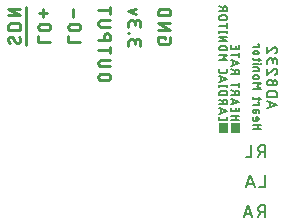
<source format=gbr>
G04 EAGLE Gerber RS-274X export*
G75*
%MOMM*%
%FSLAX34Y34*%
%LPD*%
%INSilkscreen Bottom*%
%IPPOS*%
%AMOC8*
5,1,8,0,0,1.08239X$1,22.5*%
G01*
%ADD10C,0.254000*%
%ADD11C,0.152400*%
%ADD12C,0.127000*%
%ADD13C,0.203200*%

G36*
X524598Y143003D02*
X524598Y143003D01*
X524656Y143001D01*
X524738Y143023D01*
X524822Y143035D01*
X524875Y143059D01*
X524931Y143073D01*
X525004Y143116D01*
X525081Y143151D01*
X525126Y143189D01*
X525176Y143219D01*
X525234Y143280D01*
X525298Y143335D01*
X525330Y143383D01*
X525370Y143426D01*
X525409Y143501D01*
X525456Y143571D01*
X525473Y143627D01*
X525500Y143679D01*
X525511Y143747D01*
X525541Y143842D01*
X525544Y143942D01*
X525555Y144010D01*
X525555Y150360D01*
X525547Y150418D01*
X525549Y150476D01*
X525527Y150558D01*
X525515Y150642D01*
X525492Y150695D01*
X525477Y150751D01*
X525434Y150824D01*
X525399Y150901D01*
X525361Y150946D01*
X525332Y150996D01*
X525270Y151054D01*
X525216Y151118D01*
X525167Y151150D01*
X525124Y151190D01*
X525049Y151229D01*
X524979Y151276D01*
X524923Y151293D01*
X524871Y151320D01*
X524803Y151331D01*
X524708Y151361D01*
X524608Y151364D01*
X524540Y151375D01*
X518190Y151375D01*
X518132Y151367D01*
X518074Y151369D01*
X517992Y151347D01*
X517909Y151335D01*
X517855Y151312D01*
X517799Y151297D01*
X517726Y151254D01*
X517649Y151219D01*
X517604Y151181D01*
X517554Y151152D01*
X517496Y151090D01*
X517432Y151036D01*
X517400Y150987D01*
X517360Y150944D01*
X517321Y150869D01*
X517275Y150799D01*
X517257Y150743D01*
X517230Y150691D01*
X517219Y150623D01*
X517189Y150528D01*
X517186Y150428D01*
X517175Y150360D01*
X517175Y144010D01*
X517183Y143952D01*
X517181Y143894D01*
X517203Y143812D01*
X517215Y143729D01*
X517239Y143675D01*
X517253Y143619D01*
X517296Y143546D01*
X517331Y143469D01*
X517369Y143424D01*
X517399Y143374D01*
X517460Y143316D01*
X517515Y143252D01*
X517563Y143220D01*
X517606Y143180D01*
X517681Y143141D01*
X517751Y143095D01*
X517807Y143077D01*
X517859Y143050D01*
X517927Y143039D01*
X518022Y143009D01*
X518122Y143006D01*
X518190Y142995D01*
X524540Y142995D01*
X524598Y143003D01*
G37*
G36*
X534758Y143003D02*
X534758Y143003D01*
X534816Y143001D01*
X534898Y143023D01*
X534982Y143035D01*
X535035Y143059D01*
X535091Y143073D01*
X535164Y143116D01*
X535241Y143151D01*
X535286Y143189D01*
X535336Y143219D01*
X535394Y143280D01*
X535458Y143335D01*
X535490Y143383D01*
X535530Y143426D01*
X535569Y143501D01*
X535616Y143571D01*
X535633Y143627D01*
X535660Y143679D01*
X535671Y143747D01*
X535701Y143842D01*
X535704Y143942D01*
X535715Y144010D01*
X535715Y150360D01*
X535707Y150418D01*
X535709Y150476D01*
X535687Y150558D01*
X535675Y150642D01*
X535652Y150695D01*
X535637Y150751D01*
X535594Y150824D01*
X535559Y150901D01*
X535521Y150946D01*
X535492Y150996D01*
X535430Y151054D01*
X535376Y151118D01*
X535327Y151150D01*
X535284Y151190D01*
X535209Y151229D01*
X535139Y151276D01*
X535083Y151293D01*
X535031Y151320D01*
X534963Y151331D01*
X534868Y151361D01*
X534768Y151364D01*
X534700Y151375D01*
X528350Y151375D01*
X528292Y151367D01*
X528234Y151369D01*
X528152Y151347D01*
X528069Y151335D01*
X528015Y151312D01*
X527959Y151297D01*
X527886Y151254D01*
X527809Y151219D01*
X527764Y151181D01*
X527714Y151152D01*
X527656Y151090D01*
X527592Y151036D01*
X527560Y150987D01*
X527520Y150944D01*
X527481Y150869D01*
X527435Y150799D01*
X527417Y150743D01*
X527390Y150691D01*
X527379Y150623D01*
X527349Y150528D01*
X527346Y150428D01*
X527335Y150360D01*
X527335Y144010D01*
X527343Y143952D01*
X527341Y143894D01*
X527363Y143812D01*
X527375Y143729D01*
X527399Y143675D01*
X527413Y143619D01*
X527456Y143546D01*
X527491Y143469D01*
X527529Y143424D01*
X527559Y143374D01*
X527620Y143316D01*
X527675Y143252D01*
X527723Y143220D01*
X527766Y143180D01*
X527841Y143141D01*
X527911Y143095D01*
X527967Y143077D01*
X528019Y143050D01*
X528087Y143039D01*
X528182Y143009D01*
X528282Y143006D01*
X528350Y142995D01*
X534700Y142995D01*
X534758Y143003D01*
G37*
D10*
X471764Y222073D02*
X471764Y223766D01*
X466120Y223766D01*
X466120Y220379D01*
X466122Y220286D01*
X466128Y220193D01*
X466137Y220100D01*
X466151Y220007D01*
X466168Y219916D01*
X466189Y219825D01*
X466214Y219735D01*
X466242Y219646D01*
X466274Y219558D01*
X466310Y219472D01*
X466349Y219387D01*
X466392Y219304D01*
X466438Y219223D01*
X466488Y219144D01*
X466540Y219067D01*
X466596Y218992D01*
X466655Y218920D01*
X466717Y218850D01*
X466781Y218782D01*
X466849Y218718D01*
X466919Y218656D01*
X466991Y218597D01*
X467066Y218541D01*
X467143Y218489D01*
X467222Y218439D01*
X467303Y218393D01*
X467386Y218350D01*
X467471Y218311D01*
X467557Y218275D01*
X467645Y218243D01*
X467734Y218215D01*
X467824Y218190D01*
X467915Y218169D01*
X468006Y218152D01*
X468099Y218138D01*
X468192Y218129D01*
X468285Y218123D01*
X468378Y218121D01*
X468378Y218122D02*
X474022Y218122D01*
X474022Y218121D02*
X474115Y218123D01*
X474208Y218129D01*
X474301Y218138D01*
X474394Y218152D01*
X474485Y218169D01*
X474576Y218190D01*
X474666Y218215D01*
X474755Y218243D01*
X474843Y218275D01*
X474929Y218311D01*
X475014Y218350D01*
X475097Y218393D01*
X475178Y218439D01*
X475257Y218489D01*
X475334Y218541D01*
X475409Y218597D01*
X475481Y218656D01*
X475551Y218718D01*
X475619Y218782D01*
X475683Y218850D01*
X475745Y218920D01*
X475804Y218992D01*
X475860Y219067D01*
X475912Y219144D01*
X475962Y219223D01*
X476008Y219304D01*
X476051Y219387D01*
X476090Y219472D01*
X476126Y219558D01*
X476158Y219646D01*
X476186Y219735D01*
X476211Y219825D01*
X476232Y219916D01*
X476249Y220007D01*
X476263Y220100D01*
X476272Y220193D01*
X476278Y220286D01*
X476280Y220379D01*
X476280Y223766D01*
X476280Y230314D02*
X466120Y230314D01*
X466120Y235958D02*
X476280Y230314D01*
X476280Y235958D02*
X466120Y235958D01*
X466120Y242506D02*
X476280Y242506D01*
X476280Y245328D01*
X476278Y245434D01*
X476272Y245539D01*
X476262Y245644D01*
X476248Y245749D01*
X476231Y245853D01*
X476209Y245956D01*
X476184Y246058D01*
X476155Y246160D01*
X476122Y246260D01*
X476085Y246359D01*
X476045Y246457D01*
X476001Y246552D01*
X475953Y246647D01*
X475902Y246739D01*
X475847Y246829D01*
X475790Y246918D01*
X475729Y247004D01*
X475664Y247087D01*
X475597Y247169D01*
X475527Y247247D01*
X475453Y247323D01*
X475377Y247397D01*
X475299Y247467D01*
X475217Y247534D01*
X475134Y247599D01*
X475048Y247660D01*
X474959Y247717D01*
X474869Y247772D01*
X474777Y247823D01*
X474682Y247871D01*
X474586Y247915D01*
X474489Y247955D01*
X474390Y247992D01*
X474290Y248025D01*
X474188Y248054D01*
X474086Y248079D01*
X473983Y248101D01*
X473879Y248118D01*
X473774Y248132D01*
X473669Y248142D01*
X473563Y248148D01*
X473458Y248150D01*
X468942Y248150D01*
X468836Y248148D01*
X468731Y248142D01*
X468626Y248132D01*
X468521Y248118D01*
X468417Y248101D01*
X468314Y248079D01*
X468212Y248054D01*
X468110Y248025D01*
X468010Y247992D01*
X467911Y247955D01*
X467814Y247915D01*
X467718Y247871D01*
X467623Y247823D01*
X467531Y247772D01*
X467441Y247717D01*
X467352Y247660D01*
X467266Y247599D01*
X467183Y247534D01*
X467101Y247467D01*
X467023Y247397D01*
X466947Y247323D01*
X466873Y247247D01*
X466803Y247169D01*
X466736Y247088D01*
X466671Y247004D01*
X466610Y246918D01*
X466553Y246829D01*
X466498Y246739D01*
X466447Y246647D01*
X466399Y246552D01*
X466355Y246457D01*
X466315Y246359D01*
X466278Y246260D01*
X466245Y246160D01*
X466216Y246058D01*
X466191Y245956D01*
X466169Y245853D01*
X466152Y245749D01*
X466138Y245644D01*
X466128Y245539D01*
X466122Y245434D01*
X466120Y245328D01*
X466120Y242506D01*
X440720Y219603D02*
X440720Y216781D01*
X440720Y219603D02*
X440722Y219709D01*
X440728Y219814D01*
X440738Y219919D01*
X440752Y220024D01*
X440769Y220128D01*
X440791Y220231D01*
X440816Y220333D01*
X440845Y220435D01*
X440878Y220535D01*
X440915Y220634D01*
X440955Y220731D01*
X440999Y220827D01*
X441047Y220922D01*
X441098Y221014D01*
X441153Y221104D01*
X441210Y221193D01*
X441271Y221279D01*
X441336Y221362D01*
X441403Y221444D01*
X441473Y221522D01*
X441547Y221598D01*
X441623Y221672D01*
X441701Y221742D01*
X441783Y221809D01*
X441866Y221874D01*
X441952Y221935D01*
X442041Y221992D01*
X442131Y222047D01*
X442223Y222098D01*
X442318Y222146D01*
X442414Y222190D01*
X442511Y222230D01*
X442610Y222267D01*
X442710Y222300D01*
X442812Y222329D01*
X442914Y222354D01*
X443017Y222376D01*
X443121Y222393D01*
X443226Y222407D01*
X443331Y222417D01*
X443436Y222423D01*
X443542Y222425D01*
X443648Y222423D01*
X443753Y222417D01*
X443858Y222407D01*
X443963Y222393D01*
X444067Y222376D01*
X444170Y222354D01*
X444272Y222329D01*
X444374Y222300D01*
X444474Y222267D01*
X444573Y222230D01*
X444670Y222190D01*
X444766Y222146D01*
X444861Y222098D01*
X444953Y222047D01*
X445043Y221992D01*
X445132Y221935D01*
X445218Y221874D01*
X445301Y221809D01*
X445383Y221742D01*
X445461Y221672D01*
X445537Y221598D01*
X445611Y221522D01*
X445681Y221444D01*
X445748Y221362D01*
X445813Y221279D01*
X445874Y221193D01*
X445931Y221104D01*
X445986Y221014D01*
X446037Y220922D01*
X446085Y220827D01*
X446129Y220731D01*
X446169Y220634D01*
X446206Y220535D01*
X446239Y220435D01*
X446268Y220333D01*
X446293Y220231D01*
X446315Y220128D01*
X446332Y220024D01*
X446346Y219919D01*
X446356Y219814D01*
X446362Y219709D01*
X446364Y219603D01*
X450880Y220168D02*
X450880Y216781D01*
X450880Y220168D02*
X450878Y220261D01*
X450872Y220354D01*
X450863Y220447D01*
X450849Y220540D01*
X450832Y220631D01*
X450811Y220722D01*
X450786Y220812D01*
X450758Y220901D01*
X450726Y220989D01*
X450690Y221075D01*
X450651Y221160D01*
X450608Y221243D01*
X450562Y221324D01*
X450512Y221403D01*
X450460Y221480D01*
X450404Y221555D01*
X450345Y221627D01*
X450283Y221697D01*
X450219Y221765D01*
X450151Y221829D01*
X450081Y221891D01*
X450009Y221950D01*
X449934Y222006D01*
X449857Y222058D01*
X449778Y222108D01*
X449697Y222154D01*
X449614Y222197D01*
X449529Y222236D01*
X449443Y222272D01*
X449355Y222304D01*
X449266Y222332D01*
X449176Y222357D01*
X449085Y222378D01*
X448994Y222395D01*
X448901Y222409D01*
X448808Y222418D01*
X448715Y222424D01*
X448622Y222426D01*
X448529Y222424D01*
X448436Y222418D01*
X448343Y222409D01*
X448250Y222395D01*
X448159Y222378D01*
X448068Y222357D01*
X447978Y222332D01*
X447889Y222304D01*
X447801Y222272D01*
X447715Y222236D01*
X447630Y222197D01*
X447547Y222154D01*
X447466Y222108D01*
X447387Y222058D01*
X447310Y222006D01*
X447235Y221950D01*
X447163Y221891D01*
X447093Y221829D01*
X447025Y221765D01*
X446961Y221697D01*
X446899Y221627D01*
X446840Y221555D01*
X446784Y221480D01*
X446732Y221403D01*
X446682Y221324D01*
X446636Y221243D01*
X446593Y221160D01*
X446554Y221075D01*
X446518Y220989D01*
X446486Y220901D01*
X446458Y220812D01*
X446433Y220722D01*
X446412Y220631D01*
X446395Y220540D01*
X446381Y220447D01*
X446372Y220354D01*
X446366Y220261D01*
X446364Y220168D01*
X446364Y217910D01*
X441284Y227322D02*
X440720Y227322D01*
X441284Y227322D02*
X441284Y227886D01*
X440720Y227886D01*
X440720Y227322D01*
X440720Y232783D02*
X440720Y235605D01*
X440722Y235711D01*
X440728Y235816D01*
X440738Y235921D01*
X440752Y236026D01*
X440769Y236130D01*
X440791Y236233D01*
X440816Y236335D01*
X440845Y236437D01*
X440878Y236537D01*
X440915Y236636D01*
X440955Y236733D01*
X440999Y236829D01*
X441047Y236924D01*
X441098Y237016D01*
X441153Y237106D01*
X441210Y237195D01*
X441271Y237281D01*
X441336Y237364D01*
X441403Y237446D01*
X441473Y237524D01*
X441547Y237600D01*
X441623Y237674D01*
X441701Y237744D01*
X441783Y237811D01*
X441866Y237876D01*
X441952Y237937D01*
X442041Y237994D01*
X442131Y238049D01*
X442223Y238100D01*
X442318Y238148D01*
X442414Y238192D01*
X442511Y238232D01*
X442610Y238269D01*
X442710Y238302D01*
X442812Y238331D01*
X442914Y238356D01*
X443017Y238378D01*
X443121Y238395D01*
X443226Y238409D01*
X443331Y238419D01*
X443436Y238425D01*
X443542Y238427D01*
X443648Y238425D01*
X443753Y238419D01*
X443858Y238409D01*
X443963Y238395D01*
X444067Y238378D01*
X444170Y238356D01*
X444272Y238331D01*
X444374Y238302D01*
X444474Y238269D01*
X444573Y238232D01*
X444670Y238192D01*
X444766Y238148D01*
X444861Y238100D01*
X444953Y238049D01*
X445043Y237994D01*
X445132Y237937D01*
X445218Y237876D01*
X445301Y237811D01*
X445383Y237744D01*
X445461Y237674D01*
X445537Y237600D01*
X445611Y237524D01*
X445681Y237446D01*
X445748Y237364D01*
X445813Y237281D01*
X445874Y237195D01*
X445931Y237106D01*
X445986Y237016D01*
X446037Y236924D01*
X446085Y236829D01*
X446129Y236733D01*
X446169Y236636D01*
X446206Y236537D01*
X446239Y236437D01*
X446268Y236335D01*
X446293Y236233D01*
X446315Y236130D01*
X446332Y236026D01*
X446346Y235921D01*
X446356Y235816D01*
X446362Y235711D01*
X446364Y235605D01*
X450880Y236170D02*
X450880Y232783D01*
X450880Y236170D02*
X450878Y236263D01*
X450872Y236356D01*
X450863Y236449D01*
X450849Y236542D01*
X450832Y236633D01*
X450811Y236724D01*
X450786Y236814D01*
X450758Y236903D01*
X450726Y236991D01*
X450690Y237077D01*
X450651Y237162D01*
X450608Y237245D01*
X450562Y237326D01*
X450512Y237405D01*
X450460Y237482D01*
X450404Y237557D01*
X450345Y237629D01*
X450283Y237699D01*
X450219Y237767D01*
X450151Y237831D01*
X450081Y237893D01*
X450009Y237952D01*
X449934Y238008D01*
X449857Y238060D01*
X449778Y238110D01*
X449697Y238156D01*
X449614Y238199D01*
X449529Y238238D01*
X449443Y238274D01*
X449355Y238306D01*
X449266Y238334D01*
X449176Y238359D01*
X449085Y238380D01*
X448994Y238397D01*
X448901Y238411D01*
X448808Y238420D01*
X448715Y238426D01*
X448622Y238428D01*
X448529Y238426D01*
X448436Y238420D01*
X448343Y238411D01*
X448250Y238397D01*
X448159Y238380D01*
X448068Y238359D01*
X447978Y238334D01*
X447889Y238306D01*
X447801Y238274D01*
X447715Y238238D01*
X447630Y238199D01*
X447547Y238156D01*
X447466Y238110D01*
X447387Y238060D01*
X447310Y238008D01*
X447235Y237952D01*
X447163Y237893D01*
X447093Y237831D01*
X447025Y237767D01*
X446961Y237699D01*
X446899Y237629D01*
X446840Y237557D01*
X446784Y237482D01*
X446732Y237405D01*
X446682Y237326D01*
X446636Y237245D01*
X446593Y237162D01*
X446554Y237077D01*
X446518Y236991D01*
X446486Y236903D01*
X446458Y236814D01*
X446433Y236724D01*
X446412Y236633D01*
X446395Y236542D01*
X446381Y236449D01*
X446372Y236356D01*
X446366Y236263D01*
X446364Y236170D01*
X446364Y233912D01*
X447493Y243634D02*
X440720Y245892D01*
X447493Y248150D01*
X400080Y220264D02*
X389920Y220264D01*
X389920Y224779D01*
X392742Y229749D02*
X397258Y229749D01*
X397364Y229751D01*
X397469Y229757D01*
X397574Y229767D01*
X397679Y229781D01*
X397783Y229798D01*
X397886Y229820D01*
X397988Y229845D01*
X398090Y229874D01*
X398190Y229907D01*
X398289Y229944D01*
X398386Y229984D01*
X398482Y230028D01*
X398577Y230076D01*
X398669Y230127D01*
X398759Y230182D01*
X398848Y230239D01*
X398934Y230300D01*
X399017Y230365D01*
X399099Y230432D01*
X399177Y230502D01*
X399253Y230576D01*
X399327Y230652D01*
X399397Y230730D01*
X399464Y230812D01*
X399529Y230895D01*
X399590Y230981D01*
X399647Y231070D01*
X399702Y231160D01*
X399753Y231252D01*
X399801Y231347D01*
X399845Y231443D01*
X399885Y231540D01*
X399922Y231639D01*
X399955Y231739D01*
X399984Y231841D01*
X400009Y231943D01*
X400031Y232046D01*
X400048Y232150D01*
X400062Y232255D01*
X400072Y232360D01*
X400078Y232465D01*
X400080Y232571D01*
X400078Y232677D01*
X400072Y232782D01*
X400062Y232887D01*
X400048Y232992D01*
X400031Y233096D01*
X400009Y233199D01*
X399984Y233301D01*
X399955Y233403D01*
X399922Y233503D01*
X399885Y233602D01*
X399845Y233699D01*
X399801Y233795D01*
X399753Y233890D01*
X399702Y233982D01*
X399647Y234072D01*
X399590Y234161D01*
X399529Y234247D01*
X399464Y234330D01*
X399397Y234412D01*
X399327Y234490D01*
X399253Y234566D01*
X399177Y234640D01*
X399099Y234710D01*
X399017Y234777D01*
X398934Y234842D01*
X398848Y234903D01*
X398759Y234960D01*
X398669Y235015D01*
X398577Y235066D01*
X398482Y235114D01*
X398386Y235158D01*
X398289Y235198D01*
X398190Y235235D01*
X398090Y235268D01*
X397988Y235297D01*
X397886Y235322D01*
X397783Y235344D01*
X397679Y235361D01*
X397574Y235375D01*
X397469Y235385D01*
X397364Y235391D01*
X397258Y235393D01*
X397258Y235394D02*
X392742Y235394D01*
X392742Y235393D02*
X392636Y235391D01*
X392531Y235385D01*
X392426Y235375D01*
X392321Y235361D01*
X392217Y235344D01*
X392114Y235322D01*
X392012Y235297D01*
X391910Y235268D01*
X391810Y235235D01*
X391711Y235198D01*
X391614Y235158D01*
X391518Y235114D01*
X391423Y235066D01*
X391331Y235015D01*
X391241Y234960D01*
X391152Y234903D01*
X391066Y234842D01*
X390983Y234777D01*
X390901Y234710D01*
X390823Y234640D01*
X390747Y234566D01*
X390673Y234490D01*
X390603Y234412D01*
X390536Y234330D01*
X390471Y234247D01*
X390410Y234161D01*
X390353Y234072D01*
X390298Y233982D01*
X390247Y233890D01*
X390199Y233795D01*
X390155Y233699D01*
X390115Y233602D01*
X390078Y233503D01*
X390045Y233403D01*
X390016Y233301D01*
X389991Y233199D01*
X389969Y233096D01*
X389952Y232992D01*
X389938Y232887D01*
X389928Y232782D01*
X389922Y232677D01*
X389920Y232571D01*
X389922Y232465D01*
X389928Y232360D01*
X389938Y232255D01*
X389952Y232150D01*
X389969Y232046D01*
X389991Y231943D01*
X390016Y231841D01*
X390045Y231739D01*
X390078Y231639D01*
X390115Y231540D01*
X390155Y231443D01*
X390199Y231347D01*
X390247Y231252D01*
X390298Y231160D01*
X390353Y231070D01*
X390410Y230981D01*
X390471Y230895D01*
X390536Y230812D01*
X390603Y230730D01*
X390673Y230652D01*
X390747Y230576D01*
X390823Y230502D01*
X390901Y230432D01*
X390983Y230365D01*
X391066Y230300D01*
X391152Y230239D01*
X391241Y230182D01*
X391331Y230127D01*
X391423Y230076D01*
X391518Y230028D01*
X391614Y229984D01*
X391711Y229944D01*
X391810Y229907D01*
X391910Y229874D01*
X392012Y229845D01*
X392114Y229820D01*
X392217Y229798D01*
X392321Y229781D01*
X392426Y229767D01*
X392531Y229757D01*
X392636Y229751D01*
X392742Y229749D01*
X393871Y241377D02*
X393871Y248150D01*
X374680Y220264D02*
X364520Y220264D01*
X364520Y224779D01*
X367342Y229749D02*
X371858Y229749D01*
X371964Y229751D01*
X372069Y229757D01*
X372174Y229767D01*
X372279Y229781D01*
X372383Y229798D01*
X372486Y229820D01*
X372588Y229845D01*
X372690Y229874D01*
X372790Y229907D01*
X372889Y229944D01*
X372986Y229984D01*
X373082Y230028D01*
X373177Y230076D01*
X373269Y230127D01*
X373359Y230182D01*
X373448Y230239D01*
X373534Y230300D01*
X373617Y230365D01*
X373699Y230432D01*
X373777Y230502D01*
X373853Y230576D01*
X373927Y230652D01*
X373997Y230730D01*
X374064Y230812D01*
X374129Y230895D01*
X374190Y230981D01*
X374247Y231070D01*
X374302Y231160D01*
X374353Y231252D01*
X374401Y231347D01*
X374445Y231443D01*
X374485Y231540D01*
X374522Y231639D01*
X374555Y231739D01*
X374584Y231841D01*
X374609Y231943D01*
X374631Y232046D01*
X374648Y232150D01*
X374662Y232255D01*
X374672Y232360D01*
X374678Y232465D01*
X374680Y232571D01*
X374678Y232677D01*
X374672Y232782D01*
X374662Y232887D01*
X374648Y232992D01*
X374631Y233096D01*
X374609Y233199D01*
X374584Y233301D01*
X374555Y233403D01*
X374522Y233503D01*
X374485Y233602D01*
X374445Y233699D01*
X374401Y233795D01*
X374353Y233890D01*
X374302Y233982D01*
X374247Y234072D01*
X374190Y234161D01*
X374129Y234247D01*
X374064Y234330D01*
X373997Y234412D01*
X373927Y234490D01*
X373853Y234566D01*
X373777Y234640D01*
X373699Y234710D01*
X373617Y234777D01*
X373534Y234842D01*
X373448Y234903D01*
X373359Y234960D01*
X373269Y235015D01*
X373177Y235066D01*
X373082Y235114D01*
X372986Y235158D01*
X372889Y235198D01*
X372790Y235235D01*
X372690Y235268D01*
X372588Y235297D01*
X372486Y235322D01*
X372383Y235344D01*
X372279Y235361D01*
X372174Y235375D01*
X372069Y235385D01*
X371964Y235391D01*
X371858Y235393D01*
X371858Y235394D02*
X367342Y235394D01*
X367342Y235393D02*
X367236Y235391D01*
X367131Y235385D01*
X367026Y235375D01*
X366921Y235361D01*
X366817Y235344D01*
X366714Y235322D01*
X366612Y235297D01*
X366510Y235268D01*
X366410Y235235D01*
X366311Y235198D01*
X366214Y235158D01*
X366118Y235114D01*
X366023Y235066D01*
X365931Y235015D01*
X365841Y234960D01*
X365752Y234903D01*
X365666Y234842D01*
X365583Y234777D01*
X365501Y234710D01*
X365423Y234640D01*
X365347Y234566D01*
X365273Y234490D01*
X365203Y234412D01*
X365136Y234330D01*
X365071Y234247D01*
X365010Y234161D01*
X364953Y234072D01*
X364898Y233982D01*
X364847Y233890D01*
X364799Y233795D01*
X364755Y233699D01*
X364715Y233602D01*
X364678Y233503D01*
X364645Y233403D01*
X364616Y233301D01*
X364591Y233199D01*
X364569Y233096D01*
X364552Y232992D01*
X364538Y232887D01*
X364528Y232782D01*
X364522Y232677D01*
X364520Y232571D01*
X364522Y232465D01*
X364528Y232360D01*
X364538Y232255D01*
X364552Y232150D01*
X364569Y232046D01*
X364591Y231943D01*
X364616Y231841D01*
X364645Y231739D01*
X364678Y231639D01*
X364715Y231540D01*
X364755Y231443D01*
X364799Y231347D01*
X364847Y231252D01*
X364898Y231160D01*
X364953Y231070D01*
X365010Y230981D01*
X365071Y230895D01*
X365136Y230812D01*
X365203Y230730D01*
X365273Y230652D01*
X365347Y230576D01*
X365423Y230502D01*
X365501Y230432D01*
X365583Y230365D01*
X365666Y230300D01*
X365752Y230239D01*
X365841Y230182D01*
X365931Y230127D01*
X366023Y230076D01*
X366118Y230028D01*
X366214Y229984D01*
X366311Y229944D01*
X366410Y229907D01*
X366510Y229874D01*
X366612Y229845D01*
X366714Y229820D01*
X366817Y229798D01*
X366921Y229781D01*
X367026Y229767D01*
X367131Y229757D01*
X367236Y229751D01*
X367342Y229749D01*
X368471Y241377D02*
X368471Y248150D01*
X365084Y244763D02*
X371858Y244763D01*
X354360Y249420D02*
X354360Y217614D01*
X341378Y224528D02*
X341285Y224526D01*
X341192Y224520D01*
X341099Y224511D01*
X341006Y224497D01*
X340915Y224480D01*
X340824Y224459D01*
X340734Y224434D01*
X340645Y224406D01*
X340557Y224374D01*
X340471Y224338D01*
X340386Y224299D01*
X340303Y224256D01*
X340222Y224210D01*
X340143Y224160D01*
X340066Y224108D01*
X339991Y224052D01*
X339919Y223993D01*
X339849Y223931D01*
X339781Y223867D01*
X339717Y223799D01*
X339655Y223729D01*
X339596Y223657D01*
X339540Y223582D01*
X339488Y223505D01*
X339438Y223426D01*
X339392Y223345D01*
X339349Y223262D01*
X339310Y223177D01*
X339274Y223091D01*
X339242Y223003D01*
X339214Y222914D01*
X339189Y222824D01*
X339168Y222733D01*
X339151Y222642D01*
X339137Y222549D01*
X339128Y222456D01*
X339122Y222363D01*
X339120Y222270D01*
X339122Y222136D01*
X339128Y222001D01*
X339137Y221867D01*
X339150Y221733D01*
X339167Y221600D01*
X339188Y221467D01*
X339213Y221335D01*
X339241Y221203D01*
X339273Y221072D01*
X339308Y220943D01*
X339348Y220814D01*
X339391Y220687D01*
X339437Y220560D01*
X339487Y220435D01*
X339540Y220312D01*
X339597Y220190D01*
X339658Y220070D01*
X339721Y219951D01*
X339788Y219835D01*
X339859Y219720D01*
X339932Y219608D01*
X340009Y219497D01*
X340089Y219389D01*
X340171Y219283D01*
X340257Y219179D01*
X340346Y219078D01*
X340437Y218979D01*
X340531Y218883D01*
X347022Y219166D02*
X347115Y219168D01*
X347208Y219174D01*
X347301Y219183D01*
X347394Y219197D01*
X347485Y219214D01*
X347576Y219235D01*
X347666Y219260D01*
X347755Y219288D01*
X347843Y219320D01*
X347929Y219356D01*
X348014Y219395D01*
X348097Y219438D01*
X348178Y219484D01*
X348257Y219534D01*
X348334Y219586D01*
X348409Y219642D01*
X348481Y219701D01*
X348551Y219763D01*
X348619Y219827D01*
X348683Y219895D01*
X348745Y219965D01*
X348804Y220037D01*
X348860Y220112D01*
X348912Y220189D01*
X348962Y220268D01*
X349008Y220349D01*
X349051Y220432D01*
X349090Y220517D01*
X349126Y220603D01*
X349158Y220691D01*
X349186Y220780D01*
X349211Y220870D01*
X349232Y220961D01*
X349249Y221052D01*
X349263Y221145D01*
X349272Y221238D01*
X349278Y221331D01*
X349280Y221424D01*
X349278Y221554D01*
X349272Y221683D01*
X349262Y221813D01*
X349248Y221942D01*
X349230Y222070D01*
X349209Y222198D01*
X349183Y222325D01*
X349153Y222451D01*
X349120Y222577D01*
X349083Y222701D01*
X349042Y222824D01*
X348997Y222946D01*
X348949Y223066D01*
X348896Y223185D01*
X348841Y223302D01*
X348781Y223417D01*
X348719Y223531D01*
X348652Y223642D01*
X348583Y223752D01*
X348510Y223859D01*
X348433Y223964D01*
X345047Y220295D02*
X345097Y220214D01*
X345150Y220135D01*
X345206Y220058D01*
X345266Y219984D01*
X345329Y219913D01*
X345395Y219844D01*
X345463Y219777D01*
X345534Y219714D01*
X345608Y219654D01*
X345684Y219597D01*
X345763Y219543D01*
X345843Y219492D01*
X345926Y219445D01*
X346011Y219401D01*
X346097Y219361D01*
X346185Y219324D01*
X346274Y219291D01*
X346365Y219262D01*
X346457Y219237D01*
X346549Y219215D01*
X346643Y219198D01*
X346737Y219184D01*
X346832Y219174D01*
X346927Y219168D01*
X347022Y219166D01*
X343354Y223399D02*
X343303Y223480D01*
X343250Y223559D01*
X343194Y223636D01*
X343134Y223710D01*
X343071Y223781D01*
X343005Y223850D01*
X342937Y223917D01*
X342866Y223980D01*
X342792Y224040D01*
X342716Y224097D01*
X342637Y224151D01*
X342557Y224202D01*
X342474Y224249D01*
X342389Y224293D01*
X342303Y224333D01*
X342215Y224370D01*
X342126Y224403D01*
X342035Y224432D01*
X341944Y224457D01*
X341851Y224479D01*
X341757Y224496D01*
X341663Y224510D01*
X341568Y224520D01*
X341473Y224526D01*
X341378Y224528D01*
X343353Y223399D02*
X345047Y220295D01*
X349280Y230314D02*
X339120Y230314D01*
X349280Y230314D02*
X349280Y233136D01*
X349278Y233242D01*
X349272Y233347D01*
X349262Y233452D01*
X349248Y233557D01*
X349231Y233661D01*
X349209Y233764D01*
X349184Y233866D01*
X349155Y233968D01*
X349122Y234068D01*
X349085Y234167D01*
X349045Y234265D01*
X349001Y234360D01*
X348953Y234455D01*
X348902Y234547D01*
X348847Y234637D01*
X348790Y234726D01*
X348729Y234812D01*
X348664Y234895D01*
X348597Y234977D01*
X348527Y235055D01*
X348453Y235131D01*
X348377Y235205D01*
X348299Y235275D01*
X348217Y235342D01*
X348134Y235407D01*
X348048Y235468D01*
X347959Y235525D01*
X347869Y235580D01*
X347777Y235631D01*
X347682Y235679D01*
X347586Y235723D01*
X347489Y235763D01*
X347390Y235800D01*
X347290Y235833D01*
X347188Y235862D01*
X347086Y235887D01*
X346983Y235909D01*
X346879Y235926D01*
X346774Y235940D01*
X346669Y235950D01*
X346563Y235956D01*
X346458Y235958D01*
X341942Y235958D01*
X341836Y235956D01*
X341731Y235950D01*
X341626Y235940D01*
X341521Y235926D01*
X341417Y235909D01*
X341314Y235887D01*
X341212Y235862D01*
X341110Y235833D01*
X341010Y235800D01*
X340911Y235763D01*
X340814Y235723D01*
X340718Y235679D01*
X340623Y235631D01*
X340531Y235580D01*
X340441Y235525D01*
X340352Y235468D01*
X340266Y235407D01*
X340183Y235342D01*
X340101Y235275D01*
X340023Y235205D01*
X339947Y235131D01*
X339873Y235055D01*
X339803Y234977D01*
X339736Y234896D01*
X339671Y234812D01*
X339610Y234726D01*
X339553Y234637D01*
X339498Y234547D01*
X339447Y234455D01*
X339399Y234360D01*
X339355Y234265D01*
X339315Y234167D01*
X339278Y234068D01*
X339245Y233968D01*
X339216Y233866D01*
X339191Y233764D01*
X339169Y233661D01*
X339152Y233557D01*
X339138Y233452D01*
X339128Y233347D01*
X339122Y233242D01*
X339120Y233136D01*
X339120Y230314D01*
X339120Y242506D02*
X349280Y242506D01*
X339120Y248150D01*
X349280Y248150D01*
D11*
X558322Y163822D02*
X566958Y166701D01*
X558322Y169579D01*
X560481Y168860D02*
X560481Y164542D01*
X558322Y173751D02*
X566958Y173751D01*
X566958Y176149D01*
X566956Y176246D01*
X566950Y176342D01*
X566941Y176438D01*
X566927Y176534D01*
X566910Y176629D01*
X566888Y176723D01*
X566863Y176816D01*
X566835Y176909D01*
X566802Y177000D01*
X566766Y177089D01*
X566726Y177177D01*
X566683Y177264D01*
X566637Y177349D01*
X566587Y177431D01*
X566533Y177512D01*
X566477Y177590D01*
X566417Y177666D01*
X566355Y177740D01*
X566289Y177811D01*
X566221Y177879D01*
X566150Y177945D01*
X566076Y178007D01*
X566000Y178067D01*
X565922Y178123D01*
X565841Y178177D01*
X565759Y178227D01*
X565674Y178273D01*
X565587Y178316D01*
X565499Y178356D01*
X565410Y178392D01*
X565319Y178425D01*
X565226Y178453D01*
X565133Y178478D01*
X565039Y178500D01*
X564944Y178517D01*
X564848Y178531D01*
X564752Y178540D01*
X564656Y178546D01*
X564559Y178548D01*
X560721Y178548D01*
X560624Y178546D01*
X560528Y178540D01*
X560432Y178531D01*
X560336Y178517D01*
X560241Y178500D01*
X560147Y178478D01*
X560054Y178453D01*
X559961Y178425D01*
X559870Y178392D01*
X559781Y178356D01*
X559693Y178316D01*
X559606Y178273D01*
X559522Y178227D01*
X559439Y178177D01*
X559358Y178123D01*
X559280Y178067D01*
X559204Y178007D01*
X559130Y177945D01*
X559059Y177879D01*
X558991Y177811D01*
X558925Y177740D01*
X558863Y177666D01*
X558803Y177590D01*
X558747Y177512D01*
X558693Y177431D01*
X558643Y177349D01*
X558597Y177264D01*
X558554Y177177D01*
X558514Y177089D01*
X558478Y177000D01*
X558445Y176909D01*
X558417Y176816D01*
X558392Y176723D01*
X558370Y176629D01*
X558353Y176534D01*
X558339Y176438D01*
X558330Y176342D01*
X558324Y176246D01*
X558322Y176149D01*
X558322Y173751D01*
X560721Y183199D02*
X560818Y183201D01*
X560914Y183207D01*
X561010Y183216D01*
X561106Y183230D01*
X561201Y183247D01*
X561295Y183269D01*
X561388Y183294D01*
X561481Y183322D01*
X561572Y183355D01*
X561661Y183391D01*
X561749Y183431D01*
X561836Y183474D01*
X561921Y183520D01*
X562003Y183570D01*
X562084Y183624D01*
X562162Y183680D01*
X562238Y183740D01*
X562312Y183802D01*
X562383Y183868D01*
X562451Y183936D01*
X562517Y184007D01*
X562579Y184081D01*
X562639Y184157D01*
X562695Y184235D01*
X562749Y184316D01*
X562799Y184399D01*
X562845Y184483D01*
X562888Y184570D01*
X562928Y184658D01*
X562964Y184747D01*
X562997Y184838D01*
X563025Y184931D01*
X563050Y185024D01*
X563072Y185118D01*
X563089Y185213D01*
X563103Y185309D01*
X563112Y185405D01*
X563118Y185501D01*
X563120Y185598D01*
X563118Y185695D01*
X563112Y185791D01*
X563103Y185887D01*
X563089Y185983D01*
X563072Y186078D01*
X563050Y186172D01*
X563025Y186265D01*
X562997Y186358D01*
X562964Y186449D01*
X562928Y186538D01*
X562888Y186626D01*
X562845Y186713D01*
X562799Y186797D01*
X562749Y186880D01*
X562695Y186961D01*
X562639Y187039D01*
X562579Y187115D01*
X562517Y187189D01*
X562451Y187260D01*
X562383Y187328D01*
X562312Y187394D01*
X562238Y187456D01*
X562162Y187516D01*
X562084Y187572D01*
X562003Y187626D01*
X561921Y187676D01*
X561836Y187722D01*
X561749Y187765D01*
X561661Y187805D01*
X561572Y187841D01*
X561481Y187874D01*
X561388Y187902D01*
X561295Y187927D01*
X561201Y187949D01*
X561106Y187966D01*
X561010Y187980D01*
X560914Y187989D01*
X560818Y187995D01*
X560721Y187997D01*
X560624Y187995D01*
X560528Y187989D01*
X560432Y187980D01*
X560336Y187966D01*
X560241Y187949D01*
X560147Y187927D01*
X560054Y187902D01*
X559961Y187874D01*
X559870Y187841D01*
X559781Y187805D01*
X559693Y187765D01*
X559606Y187722D01*
X559522Y187676D01*
X559439Y187626D01*
X559358Y187572D01*
X559280Y187516D01*
X559204Y187456D01*
X559130Y187394D01*
X559059Y187328D01*
X558991Y187260D01*
X558925Y187189D01*
X558863Y187115D01*
X558803Y187039D01*
X558747Y186961D01*
X558693Y186880D01*
X558643Y186798D01*
X558597Y186713D01*
X558554Y186626D01*
X558514Y186538D01*
X558478Y186449D01*
X558445Y186358D01*
X558417Y186265D01*
X558392Y186172D01*
X558370Y186078D01*
X558353Y185983D01*
X558339Y185887D01*
X558330Y185791D01*
X558324Y185695D01*
X558322Y185598D01*
X558324Y185501D01*
X558330Y185405D01*
X558339Y185309D01*
X558353Y185213D01*
X558370Y185118D01*
X558392Y185024D01*
X558417Y184931D01*
X558445Y184838D01*
X558478Y184747D01*
X558514Y184658D01*
X558554Y184570D01*
X558597Y184483D01*
X558643Y184399D01*
X558693Y184316D01*
X558747Y184235D01*
X558803Y184157D01*
X558863Y184081D01*
X558925Y184007D01*
X558991Y183936D01*
X559059Y183868D01*
X559130Y183802D01*
X559204Y183740D01*
X559280Y183680D01*
X559358Y183624D01*
X559439Y183570D01*
X559522Y183520D01*
X559606Y183474D01*
X559693Y183431D01*
X559781Y183391D01*
X559870Y183355D01*
X559961Y183322D01*
X560054Y183294D01*
X560147Y183269D01*
X560241Y183247D01*
X560336Y183230D01*
X560432Y183216D01*
X560528Y183207D01*
X560624Y183201D01*
X560721Y183199D01*
X565039Y183679D02*
X565125Y183681D01*
X565211Y183687D01*
X565297Y183696D01*
X565382Y183710D01*
X565466Y183727D01*
X565550Y183748D01*
X565632Y183773D01*
X565713Y183801D01*
X565793Y183833D01*
X565872Y183869D01*
X565948Y183908D01*
X566023Y183951D01*
X566096Y183996D01*
X566167Y184045D01*
X566235Y184098D01*
X566302Y184153D01*
X566365Y184211D01*
X566426Y184272D01*
X566484Y184335D01*
X566539Y184402D01*
X566592Y184470D01*
X566641Y184541D01*
X566686Y184614D01*
X566729Y184689D01*
X566768Y184765D01*
X566804Y184844D01*
X566836Y184924D01*
X566864Y185005D01*
X566889Y185087D01*
X566910Y185171D01*
X566927Y185255D01*
X566941Y185340D01*
X566950Y185426D01*
X566956Y185512D01*
X566958Y185598D01*
X566956Y185684D01*
X566950Y185770D01*
X566941Y185856D01*
X566927Y185941D01*
X566910Y186025D01*
X566889Y186109D01*
X566864Y186191D01*
X566836Y186272D01*
X566804Y186352D01*
X566768Y186431D01*
X566729Y186507D01*
X566686Y186582D01*
X566641Y186655D01*
X566592Y186726D01*
X566539Y186794D01*
X566484Y186861D01*
X566426Y186924D01*
X566365Y186985D01*
X566302Y187043D01*
X566235Y187098D01*
X566167Y187151D01*
X566096Y187200D01*
X566023Y187245D01*
X565948Y187288D01*
X565872Y187327D01*
X565793Y187363D01*
X565713Y187395D01*
X565632Y187423D01*
X565550Y187448D01*
X565466Y187469D01*
X565382Y187486D01*
X565297Y187500D01*
X565211Y187509D01*
X565125Y187515D01*
X565039Y187517D01*
X564953Y187515D01*
X564867Y187509D01*
X564781Y187500D01*
X564696Y187486D01*
X564612Y187469D01*
X564528Y187448D01*
X564446Y187423D01*
X564365Y187395D01*
X564285Y187363D01*
X564206Y187327D01*
X564130Y187288D01*
X564055Y187245D01*
X563982Y187200D01*
X563911Y187151D01*
X563843Y187098D01*
X563776Y187043D01*
X563713Y186985D01*
X563652Y186924D01*
X563594Y186861D01*
X563539Y186794D01*
X563486Y186726D01*
X563437Y186655D01*
X563392Y186582D01*
X563349Y186507D01*
X563310Y186431D01*
X563274Y186352D01*
X563242Y186272D01*
X563214Y186191D01*
X563189Y186109D01*
X563168Y186025D01*
X563151Y185941D01*
X563137Y185856D01*
X563128Y185770D01*
X563122Y185684D01*
X563120Y185598D01*
X563122Y185512D01*
X563128Y185426D01*
X563137Y185340D01*
X563151Y185255D01*
X563168Y185171D01*
X563189Y185087D01*
X563214Y185005D01*
X563242Y184924D01*
X563274Y184844D01*
X563310Y184765D01*
X563349Y184689D01*
X563392Y184614D01*
X563437Y184541D01*
X563486Y184470D01*
X563539Y184402D01*
X563594Y184335D01*
X563652Y184272D01*
X563713Y184211D01*
X563776Y184153D01*
X563843Y184098D01*
X563911Y184045D01*
X563982Y183996D01*
X564055Y183951D01*
X564130Y183908D01*
X564206Y183869D01*
X564285Y183833D01*
X564365Y183801D01*
X564446Y183773D01*
X564528Y183748D01*
X564612Y183727D01*
X564696Y183710D01*
X564781Y183696D01*
X564867Y183687D01*
X564953Y183681D01*
X565039Y183679D01*
X566958Y194982D02*
X566956Y195074D01*
X566950Y195165D01*
X566941Y195256D01*
X566927Y195347D01*
X566910Y195437D01*
X566888Y195526D01*
X566863Y195614D01*
X566835Y195701D01*
X566802Y195787D01*
X566766Y195871D01*
X566727Y195954D01*
X566684Y196035D01*
X566637Y196114D01*
X566588Y196191D01*
X566535Y196266D01*
X566479Y196338D01*
X566420Y196408D01*
X566358Y196476D01*
X566293Y196541D01*
X566225Y196603D01*
X566155Y196662D01*
X566083Y196718D01*
X566008Y196771D01*
X565931Y196820D01*
X565852Y196867D01*
X565771Y196910D01*
X565688Y196949D01*
X565604Y196985D01*
X565518Y197018D01*
X565431Y197046D01*
X565343Y197071D01*
X565254Y197093D01*
X565164Y197110D01*
X565073Y197124D01*
X564982Y197133D01*
X564891Y197139D01*
X564799Y197141D01*
X566958Y194982D02*
X566956Y194879D01*
X566950Y194777D01*
X566941Y194675D01*
X566928Y194573D01*
X566911Y194472D01*
X566890Y194371D01*
X566866Y194272D01*
X566837Y194173D01*
X566806Y194076D01*
X566770Y193979D01*
X566732Y193884D01*
X566689Y193791D01*
X566643Y193699D01*
X566594Y193609D01*
X566542Y193521D01*
X566486Y193434D01*
X566427Y193350D01*
X566366Y193269D01*
X566301Y193189D01*
X566233Y193112D01*
X566162Y193037D01*
X566089Y192966D01*
X566013Y192897D01*
X565935Y192830D01*
X565854Y192767D01*
X565771Y192707D01*
X565686Y192650D01*
X565599Y192596D01*
X565509Y192545D01*
X565418Y192498D01*
X565326Y192454D01*
X565231Y192413D01*
X565136Y192376D01*
X565039Y192343D01*
X563120Y196421D02*
X563186Y196488D01*
X563255Y196552D01*
X563326Y196613D01*
X563400Y196671D01*
X563476Y196726D01*
X563554Y196778D01*
X563634Y196827D01*
X563716Y196873D01*
X563800Y196915D01*
X563886Y196954D01*
X563973Y196989D01*
X564061Y197020D01*
X564151Y197048D01*
X564241Y197073D01*
X564333Y197094D01*
X564425Y197111D01*
X564518Y197124D01*
X564611Y197133D01*
X564705Y197139D01*
X564799Y197141D01*
X563120Y196421D02*
X558322Y192343D01*
X558322Y197141D01*
X558322Y201487D02*
X558322Y203886D01*
X558324Y203983D01*
X558330Y204079D01*
X558339Y204175D01*
X558353Y204271D01*
X558370Y204366D01*
X558392Y204460D01*
X558417Y204553D01*
X558445Y204646D01*
X558478Y204737D01*
X558514Y204826D01*
X558554Y204914D01*
X558597Y205001D01*
X558643Y205086D01*
X558693Y205168D01*
X558747Y205249D01*
X558803Y205327D01*
X558863Y205403D01*
X558925Y205477D01*
X558991Y205548D01*
X559059Y205616D01*
X559130Y205682D01*
X559204Y205744D01*
X559280Y205804D01*
X559358Y205860D01*
X559439Y205914D01*
X559522Y205964D01*
X559606Y206010D01*
X559693Y206053D01*
X559781Y206093D01*
X559870Y206129D01*
X559961Y206162D01*
X560054Y206190D01*
X560147Y206215D01*
X560241Y206237D01*
X560336Y206254D01*
X560432Y206268D01*
X560528Y206277D01*
X560624Y206283D01*
X560721Y206285D01*
X560818Y206283D01*
X560914Y206277D01*
X561010Y206268D01*
X561106Y206254D01*
X561201Y206237D01*
X561295Y206215D01*
X561388Y206190D01*
X561481Y206162D01*
X561572Y206129D01*
X561661Y206093D01*
X561749Y206053D01*
X561836Y206010D01*
X561921Y205964D01*
X562003Y205914D01*
X562084Y205860D01*
X562162Y205804D01*
X562238Y205744D01*
X562312Y205682D01*
X562383Y205616D01*
X562451Y205548D01*
X562517Y205477D01*
X562579Y205403D01*
X562639Y205327D01*
X562695Y205249D01*
X562749Y205168D01*
X562799Y205086D01*
X562845Y205001D01*
X562888Y204914D01*
X562928Y204826D01*
X562964Y204737D01*
X562997Y204646D01*
X563025Y204553D01*
X563050Y204460D01*
X563072Y204366D01*
X563089Y204271D01*
X563103Y204175D01*
X563112Y204079D01*
X563118Y203983D01*
X563120Y203886D01*
X566958Y204366D02*
X566958Y201487D01*
X566958Y204366D02*
X566956Y204452D01*
X566950Y204538D01*
X566941Y204624D01*
X566927Y204709D01*
X566910Y204793D01*
X566889Y204877D01*
X566864Y204959D01*
X566836Y205040D01*
X566804Y205120D01*
X566768Y205199D01*
X566729Y205275D01*
X566686Y205350D01*
X566641Y205423D01*
X566592Y205494D01*
X566539Y205562D01*
X566484Y205629D01*
X566426Y205692D01*
X566365Y205753D01*
X566302Y205811D01*
X566235Y205866D01*
X566167Y205919D01*
X566096Y205968D01*
X566023Y206013D01*
X565948Y206056D01*
X565872Y206095D01*
X565793Y206131D01*
X565713Y206163D01*
X565632Y206191D01*
X565550Y206216D01*
X565466Y206237D01*
X565382Y206254D01*
X565297Y206268D01*
X565211Y206277D01*
X565125Y206283D01*
X565039Y206285D01*
X564953Y206283D01*
X564867Y206277D01*
X564781Y206268D01*
X564696Y206254D01*
X564612Y206237D01*
X564528Y206216D01*
X564446Y206191D01*
X564365Y206163D01*
X564285Y206131D01*
X564206Y206095D01*
X564130Y206056D01*
X564055Y206013D01*
X563982Y205968D01*
X563911Y205919D01*
X563843Y205866D01*
X563776Y205811D01*
X563713Y205753D01*
X563652Y205692D01*
X563594Y205629D01*
X563539Y205562D01*
X563486Y205494D01*
X563437Y205423D01*
X563392Y205350D01*
X563349Y205275D01*
X563310Y205199D01*
X563274Y205120D01*
X563242Y205040D01*
X563214Y204959D01*
X563189Y204877D01*
X563168Y204793D01*
X563151Y204709D01*
X563137Y204624D01*
X563128Y204538D01*
X563122Y204452D01*
X563120Y204366D01*
X563120Y202447D01*
X566958Y213270D02*
X566956Y213362D01*
X566950Y213453D01*
X566941Y213544D01*
X566927Y213635D01*
X566910Y213725D01*
X566888Y213814D01*
X566863Y213902D01*
X566835Y213989D01*
X566802Y214075D01*
X566766Y214159D01*
X566727Y214242D01*
X566684Y214323D01*
X566637Y214402D01*
X566588Y214479D01*
X566535Y214554D01*
X566479Y214626D01*
X566420Y214696D01*
X566358Y214764D01*
X566293Y214829D01*
X566225Y214891D01*
X566155Y214950D01*
X566083Y215006D01*
X566008Y215059D01*
X565931Y215108D01*
X565852Y215155D01*
X565771Y215198D01*
X565688Y215237D01*
X565604Y215273D01*
X565518Y215306D01*
X565431Y215334D01*
X565343Y215359D01*
X565254Y215381D01*
X565164Y215398D01*
X565073Y215412D01*
X564982Y215421D01*
X564891Y215427D01*
X564799Y215429D01*
X566958Y213270D02*
X566956Y213167D01*
X566950Y213065D01*
X566941Y212963D01*
X566928Y212861D01*
X566911Y212760D01*
X566890Y212659D01*
X566866Y212560D01*
X566837Y212461D01*
X566806Y212364D01*
X566770Y212267D01*
X566732Y212172D01*
X566689Y212079D01*
X566643Y211987D01*
X566594Y211897D01*
X566542Y211809D01*
X566486Y211722D01*
X566427Y211638D01*
X566366Y211557D01*
X566301Y211477D01*
X566233Y211400D01*
X566162Y211325D01*
X566089Y211254D01*
X566013Y211185D01*
X565935Y211118D01*
X565854Y211055D01*
X565771Y210995D01*
X565686Y210938D01*
X565599Y210884D01*
X565509Y210833D01*
X565418Y210786D01*
X565326Y210742D01*
X565231Y210701D01*
X565136Y210664D01*
X565039Y210631D01*
X563120Y214709D02*
X563186Y214776D01*
X563255Y214840D01*
X563326Y214901D01*
X563400Y214959D01*
X563476Y215014D01*
X563554Y215066D01*
X563634Y215115D01*
X563716Y215161D01*
X563800Y215203D01*
X563886Y215242D01*
X563973Y215277D01*
X564061Y215308D01*
X564151Y215336D01*
X564241Y215361D01*
X564333Y215382D01*
X564425Y215399D01*
X564518Y215412D01*
X564611Y215421D01*
X564705Y215427D01*
X564799Y215429D01*
X563120Y214709D02*
X558322Y210631D01*
X558322Y215429D01*
D12*
X517555Y156583D02*
X517555Y155059D01*
X517557Y154982D01*
X517563Y154905D01*
X517573Y154828D01*
X517586Y154752D01*
X517604Y154677D01*
X517625Y154603D01*
X517650Y154530D01*
X517679Y154458D01*
X517711Y154388D01*
X517746Y154319D01*
X517786Y154253D01*
X517828Y154188D01*
X517874Y154126D01*
X517923Y154066D01*
X517974Y154009D01*
X518029Y153954D01*
X518086Y153903D01*
X518146Y153854D01*
X518208Y153808D01*
X518273Y153766D01*
X518339Y153726D01*
X518408Y153691D01*
X518478Y153659D01*
X518550Y153630D01*
X518623Y153605D01*
X518697Y153584D01*
X518772Y153566D01*
X518848Y153553D01*
X518925Y153543D01*
X519002Y153537D01*
X519079Y153535D01*
X522889Y153535D01*
X522966Y153537D01*
X523043Y153543D01*
X523120Y153553D01*
X523196Y153566D01*
X523271Y153584D01*
X523345Y153605D01*
X523418Y153630D01*
X523490Y153659D01*
X523560Y153691D01*
X523629Y153726D01*
X523695Y153766D01*
X523760Y153808D01*
X523822Y153854D01*
X523882Y153903D01*
X523939Y153954D01*
X523994Y154009D01*
X524045Y154066D01*
X524094Y154126D01*
X524140Y154188D01*
X524182Y154253D01*
X524222Y154319D01*
X524257Y154388D01*
X524289Y154458D01*
X524318Y154530D01*
X524343Y154603D01*
X524364Y154677D01*
X524382Y154752D01*
X524395Y154828D01*
X524405Y154905D01*
X524411Y154982D01*
X524413Y155059D01*
X524413Y156583D01*
X524413Y161567D02*
X517555Y159281D01*
X517555Y163853D02*
X524413Y161567D01*
X519270Y163282D02*
X519270Y159853D01*
X517555Y167291D02*
X524413Y167291D01*
X524413Y169196D01*
X524411Y169281D01*
X524405Y169367D01*
X524396Y169452D01*
X524382Y169536D01*
X524365Y169620D01*
X524344Y169703D01*
X524320Y169785D01*
X524292Y169865D01*
X524260Y169945D01*
X524224Y170023D01*
X524186Y170099D01*
X524143Y170173D01*
X524098Y170245D01*
X524049Y170316D01*
X523997Y170384D01*
X523943Y170449D01*
X523885Y170512D01*
X523824Y170573D01*
X523761Y170631D01*
X523696Y170685D01*
X523628Y170737D01*
X523557Y170786D01*
X523485Y170831D01*
X523411Y170874D01*
X523335Y170912D01*
X523257Y170948D01*
X523177Y170980D01*
X523097Y171008D01*
X523015Y171032D01*
X522932Y171053D01*
X522848Y171070D01*
X522764Y171084D01*
X522679Y171093D01*
X522593Y171099D01*
X522508Y171101D01*
X522423Y171099D01*
X522337Y171093D01*
X522252Y171084D01*
X522168Y171070D01*
X522084Y171053D01*
X522001Y171032D01*
X521919Y171008D01*
X521839Y170980D01*
X521759Y170948D01*
X521681Y170912D01*
X521605Y170874D01*
X521531Y170831D01*
X521459Y170786D01*
X521388Y170737D01*
X521320Y170685D01*
X521255Y170631D01*
X521192Y170573D01*
X521131Y170512D01*
X521073Y170449D01*
X521019Y170384D01*
X520967Y170316D01*
X520918Y170245D01*
X520873Y170173D01*
X520830Y170099D01*
X520792Y170023D01*
X520756Y169945D01*
X520724Y169865D01*
X520696Y169785D01*
X520672Y169703D01*
X520651Y169620D01*
X520634Y169536D01*
X520620Y169452D01*
X520611Y169367D01*
X520605Y169281D01*
X520603Y169196D01*
X520603Y167291D01*
X520603Y169577D02*
X517555Y171101D01*
X517555Y174780D02*
X524413Y174780D01*
X524413Y176685D01*
X524411Y176770D01*
X524405Y176856D01*
X524396Y176941D01*
X524382Y177025D01*
X524365Y177109D01*
X524344Y177192D01*
X524320Y177274D01*
X524292Y177354D01*
X524260Y177434D01*
X524224Y177512D01*
X524186Y177588D01*
X524143Y177662D01*
X524098Y177734D01*
X524049Y177805D01*
X523997Y177873D01*
X523943Y177938D01*
X523885Y178001D01*
X523824Y178062D01*
X523761Y178120D01*
X523696Y178174D01*
X523628Y178226D01*
X523557Y178275D01*
X523485Y178320D01*
X523411Y178363D01*
X523335Y178401D01*
X523257Y178437D01*
X523177Y178469D01*
X523097Y178497D01*
X523015Y178521D01*
X522932Y178542D01*
X522848Y178559D01*
X522764Y178573D01*
X522679Y178582D01*
X522593Y178588D01*
X522508Y178590D01*
X519460Y178590D01*
X519375Y178588D01*
X519289Y178582D01*
X519204Y178573D01*
X519120Y178559D01*
X519036Y178542D01*
X518953Y178521D01*
X518871Y178497D01*
X518791Y178469D01*
X518711Y178437D01*
X518633Y178401D01*
X518557Y178363D01*
X518483Y178320D01*
X518411Y178275D01*
X518340Y178226D01*
X518272Y178174D01*
X518207Y178120D01*
X518144Y178062D01*
X518083Y178001D01*
X518025Y177938D01*
X517971Y177873D01*
X517919Y177805D01*
X517870Y177734D01*
X517825Y177662D01*
X517782Y177588D01*
X517744Y177512D01*
X517708Y177434D01*
X517676Y177354D01*
X517648Y177274D01*
X517624Y177192D01*
X517603Y177109D01*
X517586Y177025D01*
X517572Y176941D01*
X517563Y176856D01*
X517557Y176770D01*
X517555Y176685D01*
X517555Y174780D01*
X517555Y182781D02*
X524413Y182781D01*
X517555Y182019D02*
X517555Y183543D01*
X524413Y183543D02*
X524413Y182019D01*
X524413Y188634D02*
X517555Y186348D01*
X517555Y190920D02*
X524413Y188634D01*
X519270Y190348D02*
X519270Y186919D01*
X517555Y195536D02*
X517555Y197060D01*
X517555Y195536D02*
X517557Y195459D01*
X517563Y195382D01*
X517573Y195305D01*
X517586Y195229D01*
X517604Y195154D01*
X517625Y195080D01*
X517650Y195007D01*
X517679Y194935D01*
X517711Y194865D01*
X517746Y194796D01*
X517786Y194730D01*
X517828Y194665D01*
X517874Y194603D01*
X517923Y194543D01*
X517974Y194486D01*
X518029Y194431D01*
X518086Y194380D01*
X518146Y194331D01*
X518208Y194285D01*
X518273Y194243D01*
X518339Y194203D01*
X518408Y194168D01*
X518478Y194136D01*
X518550Y194107D01*
X518623Y194082D01*
X518697Y194061D01*
X518772Y194043D01*
X518848Y194030D01*
X518925Y194020D01*
X519002Y194014D01*
X519079Y194012D01*
X522889Y194012D01*
X522966Y194014D01*
X523043Y194020D01*
X523120Y194030D01*
X523196Y194043D01*
X523271Y194061D01*
X523345Y194082D01*
X523418Y194107D01*
X523490Y194136D01*
X523560Y194168D01*
X523629Y194203D01*
X523695Y194243D01*
X523760Y194285D01*
X523822Y194331D01*
X523882Y194380D01*
X523939Y194431D01*
X523994Y194486D01*
X524045Y194543D01*
X524094Y194603D01*
X524140Y194665D01*
X524182Y194730D01*
X524222Y194796D01*
X524257Y194865D01*
X524289Y194935D01*
X524318Y195007D01*
X524343Y195080D01*
X524364Y195154D01*
X524382Y195229D01*
X524395Y195305D01*
X524405Y195382D01*
X524411Y195459D01*
X524413Y195536D01*
X524413Y197060D01*
X524413Y204392D02*
X517555Y204392D01*
X520603Y206678D02*
X524413Y204392D01*
X520603Y206678D02*
X524413Y208964D01*
X517555Y208964D01*
X519460Y212819D02*
X522508Y212819D01*
X522593Y212821D01*
X522679Y212827D01*
X522764Y212836D01*
X522848Y212850D01*
X522932Y212867D01*
X523015Y212888D01*
X523097Y212912D01*
X523177Y212940D01*
X523257Y212972D01*
X523335Y213008D01*
X523411Y213046D01*
X523485Y213089D01*
X523557Y213134D01*
X523628Y213183D01*
X523696Y213235D01*
X523761Y213289D01*
X523824Y213347D01*
X523885Y213408D01*
X523943Y213471D01*
X523997Y213536D01*
X524049Y213604D01*
X524098Y213675D01*
X524143Y213747D01*
X524186Y213821D01*
X524224Y213897D01*
X524260Y213975D01*
X524292Y214055D01*
X524320Y214135D01*
X524344Y214217D01*
X524365Y214300D01*
X524382Y214384D01*
X524396Y214468D01*
X524405Y214553D01*
X524411Y214639D01*
X524413Y214724D01*
X524411Y214809D01*
X524405Y214895D01*
X524396Y214980D01*
X524382Y215064D01*
X524365Y215148D01*
X524344Y215231D01*
X524320Y215313D01*
X524292Y215393D01*
X524260Y215473D01*
X524224Y215551D01*
X524186Y215627D01*
X524143Y215701D01*
X524098Y215773D01*
X524049Y215844D01*
X523997Y215912D01*
X523943Y215977D01*
X523885Y216040D01*
X523824Y216101D01*
X523761Y216159D01*
X523696Y216213D01*
X523628Y216265D01*
X523557Y216314D01*
X523485Y216359D01*
X523411Y216402D01*
X523335Y216440D01*
X523257Y216476D01*
X523177Y216508D01*
X523097Y216536D01*
X523015Y216560D01*
X522932Y216581D01*
X522848Y216598D01*
X522764Y216612D01*
X522679Y216621D01*
X522593Y216627D01*
X522508Y216629D01*
X519460Y216629D01*
X519375Y216627D01*
X519289Y216621D01*
X519204Y216612D01*
X519120Y216598D01*
X519036Y216581D01*
X518953Y216560D01*
X518871Y216536D01*
X518791Y216508D01*
X518711Y216476D01*
X518633Y216440D01*
X518557Y216402D01*
X518483Y216359D01*
X518411Y216314D01*
X518340Y216265D01*
X518272Y216213D01*
X518207Y216159D01*
X518144Y216101D01*
X518083Y216040D01*
X518025Y215977D01*
X517971Y215912D01*
X517919Y215844D01*
X517870Y215773D01*
X517825Y215701D01*
X517782Y215627D01*
X517744Y215551D01*
X517708Y215473D01*
X517676Y215393D01*
X517648Y215313D01*
X517624Y215231D01*
X517603Y215148D01*
X517586Y215064D01*
X517572Y214980D01*
X517563Y214895D01*
X517557Y214809D01*
X517555Y214724D01*
X517557Y214639D01*
X517563Y214553D01*
X517572Y214468D01*
X517586Y214384D01*
X517603Y214300D01*
X517624Y214217D01*
X517648Y214135D01*
X517676Y214055D01*
X517708Y213975D01*
X517744Y213897D01*
X517782Y213821D01*
X517825Y213747D01*
X517870Y213675D01*
X517919Y213604D01*
X517971Y213536D01*
X518025Y213471D01*
X518083Y213408D01*
X518144Y213347D01*
X518207Y213289D01*
X518272Y213235D01*
X518340Y213183D01*
X518411Y213134D01*
X518483Y213089D01*
X518557Y213046D01*
X518633Y213008D01*
X518711Y212972D01*
X518791Y212940D01*
X518871Y212912D01*
X518953Y212888D01*
X519036Y212867D01*
X519120Y212850D01*
X519204Y212836D01*
X519289Y212827D01*
X519375Y212821D01*
X519460Y212819D01*
X517555Y220378D02*
X524413Y220378D01*
X517555Y224188D01*
X524413Y224188D01*
X524413Y228379D02*
X517555Y228379D01*
X517555Y227617D02*
X517555Y229141D01*
X524413Y229141D02*
X524413Y227617D01*
X524413Y233744D02*
X517555Y233744D01*
X524413Y231839D02*
X524413Y235649D01*
X522508Y238666D02*
X519460Y238666D01*
X522508Y238666D02*
X522593Y238668D01*
X522679Y238674D01*
X522764Y238683D01*
X522848Y238697D01*
X522932Y238714D01*
X523015Y238735D01*
X523097Y238759D01*
X523177Y238787D01*
X523257Y238819D01*
X523335Y238855D01*
X523411Y238893D01*
X523485Y238936D01*
X523557Y238981D01*
X523628Y239030D01*
X523696Y239082D01*
X523761Y239136D01*
X523824Y239194D01*
X523885Y239255D01*
X523943Y239318D01*
X523997Y239383D01*
X524049Y239451D01*
X524098Y239522D01*
X524143Y239594D01*
X524186Y239668D01*
X524224Y239744D01*
X524260Y239822D01*
X524292Y239902D01*
X524320Y239982D01*
X524344Y240064D01*
X524365Y240147D01*
X524382Y240231D01*
X524396Y240315D01*
X524405Y240400D01*
X524411Y240486D01*
X524413Y240571D01*
X524411Y240656D01*
X524405Y240742D01*
X524396Y240827D01*
X524382Y240911D01*
X524365Y240995D01*
X524344Y241078D01*
X524320Y241160D01*
X524292Y241240D01*
X524260Y241320D01*
X524224Y241398D01*
X524186Y241474D01*
X524143Y241548D01*
X524098Y241620D01*
X524049Y241691D01*
X523997Y241759D01*
X523943Y241824D01*
X523885Y241887D01*
X523824Y241948D01*
X523761Y242006D01*
X523696Y242060D01*
X523628Y242112D01*
X523557Y242161D01*
X523485Y242206D01*
X523411Y242249D01*
X523335Y242287D01*
X523257Y242323D01*
X523177Y242355D01*
X523097Y242383D01*
X523015Y242407D01*
X522932Y242428D01*
X522848Y242445D01*
X522764Y242459D01*
X522679Y242468D01*
X522593Y242474D01*
X522508Y242476D01*
X519460Y242476D01*
X519375Y242474D01*
X519289Y242468D01*
X519204Y242459D01*
X519120Y242445D01*
X519036Y242428D01*
X518953Y242407D01*
X518871Y242383D01*
X518791Y242355D01*
X518711Y242323D01*
X518633Y242287D01*
X518557Y242249D01*
X518483Y242206D01*
X518411Y242161D01*
X518340Y242112D01*
X518272Y242060D01*
X518207Y242006D01*
X518144Y241948D01*
X518083Y241887D01*
X518025Y241824D01*
X517971Y241759D01*
X517919Y241691D01*
X517870Y241620D01*
X517825Y241548D01*
X517782Y241474D01*
X517744Y241398D01*
X517708Y241320D01*
X517676Y241240D01*
X517648Y241160D01*
X517624Y241078D01*
X517603Y240995D01*
X517586Y240911D01*
X517572Y240827D01*
X517563Y240742D01*
X517557Y240656D01*
X517555Y240571D01*
X517557Y240486D01*
X517563Y240400D01*
X517572Y240315D01*
X517586Y240231D01*
X517603Y240147D01*
X517624Y240064D01*
X517648Y239982D01*
X517676Y239902D01*
X517708Y239822D01*
X517744Y239744D01*
X517782Y239668D01*
X517825Y239594D01*
X517870Y239522D01*
X517919Y239451D01*
X517971Y239383D01*
X518025Y239318D01*
X518083Y239255D01*
X518144Y239194D01*
X518207Y239136D01*
X518272Y239082D01*
X518340Y239030D01*
X518411Y238981D01*
X518483Y238936D01*
X518557Y238893D01*
X518633Y238855D01*
X518711Y238819D01*
X518791Y238787D01*
X518871Y238759D01*
X518953Y238735D01*
X519036Y238714D01*
X519120Y238697D01*
X519204Y238683D01*
X519289Y238674D01*
X519375Y238668D01*
X519460Y238666D01*
X517555Y246295D02*
X524413Y246295D01*
X524413Y248200D01*
X524411Y248285D01*
X524405Y248371D01*
X524396Y248456D01*
X524382Y248540D01*
X524365Y248624D01*
X524344Y248707D01*
X524320Y248789D01*
X524292Y248869D01*
X524260Y248949D01*
X524224Y249027D01*
X524186Y249103D01*
X524143Y249177D01*
X524098Y249249D01*
X524049Y249320D01*
X523997Y249388D01*
X523943Y249453D01*
X523885Y249516D01*
X523824Y249577D01*
X523761Y249635D01*
X523696Y249689D01*
X523628Y249741D01*
X523557Y249790D01*
X523485Y249835D01*
X523411Y249878D01*
X523335Y249916D01*
X523257Y249952D01*
X523177Y249984D01*
X523097Y250012D01*
X523015Y250036D01*
X522932Y250057D01*
X522848Y250074D01*
X522764Y250088D01*
X522679Y250097D01*
X522593Y250103D01*
X522508Y250105D01*
X522423Y250103D01*
X522337Y250097D01*
X522252Y250088D01*
X522168Y250074D01*
X522084Y250057D01*
X522001Y250036D01*
X521919Y250012D01*
X521839Y249984D01*
X521759Y249952D01*
X521681Y249916D01*
X521605Y249878D01*
X521531Y249835D01*
X521459Y249790D01*
X521388Y249741D01*
X521320Y249689D01*
X521255Y249635D01*
X521192Y249577D01*
X521131Y249516D01*
X521073Y249453D01*
X521019Y249388D01*
X520967Y249320D01*
X520918Y249249D01*
X520873Y249177D01*
X520830Y249103D01*
X520792Y249027D01*
X520756Y248949D01*
X520724Y248869D01*
X520696Y248789D01*
X520672Y248707D01*
X520651Y248624D01*
X520634Y248540D01*
X520620Y248456D01*
X520611Y248371D01*
X520605Y248285D01*
X520603Y248200D01*
X520603Y246295D01*
X520603Y248581D02*
X517555Y250105D01*
X527715Y153535D02*
X534573Y153535D01*
X531525Y153535D02*
X531525Y157345D01*
X534573Y157345D02*
X527715Y157345D01*
X527715Y161359D02*
X527715Y164407D01*
X527715Y161359D02*
X534573Y161359D01*
X534573Y164407D01*
X531525Y163645D02*
X531525Y161359D01*
X527715Y167053D02*
X534573Y169339D01*
X527715Y171625D01*
X529430Y171053D02*
X529430Y167624D01*
X527715Y175062D02*
X534573Y175062D01*
X534573Y176967D01*
X534571Y177052D01*
X534565Y177138D01*
X534556Y177223D01*
X534542Y177307D01*
X534525Y177391D01*
X534504Y177474D01*
X534480Y177556D01*
X534452Y177636D01*
X534420Y177716D01*
X534384Y177794D01*
X534346Y177870D01*
X534303Y177944D01*
X534258Y178016D01*
X534209Y178087D01*
X534157Y178155D01*
X534103Y178220D01*
X534045Y178283D01*
X533984Y178344D01*
X533921Y178402D01*
X533856Y178456D01*
X533788Y178508D01*
X533717Y178557D01*
X533645Y178602D01*
X533571Y178645D01*
X533495Y178683D01*
X533417Y178719D01*
X533337Y178751D01*
X533257Y178779D01*
X533175Y178803D01*
X533092Y178824D01*
X533008Y178841D01*
X532924Y178855D01*
X532839Y178864D01*
X532753Y178870D01*
X532668Y178872D01*
X532583Y178870D01*
X532497Y178864D01*
X532412Y178855D01*
X532328Y178841D01*
X532244Y178824D01*
X532161Y178803D01*
X532079Y178779D01*
X531999Y178751D01*
X531919Y178719D01*
X531841Y178683D01*
X531765Y178645D01*
X531691Y178602D01*
X531619Y178557D01*
X531548Y178508D01*
X531480Y178456D01*
X531415Y178402D01*
X531352Y178344D01*
X531291Y178283D01*
X531233Y178220D01*
X531179Y178155D01*
X531127Y178087D01*
X531078Y178016D01*
X531033Y177944D01*
X530990Y177870D01*
X530952Y177794D01*
X530916Y177716D01*
X530884Y177636D01*
X530856Y177556D01*
X530832Y177474D01*
X530811Y177391D01*
X530794Y177307D01*
X530780Y177223D01*
X530771Y177138D01*
X530765Y177052D01*
X530763Y176967D01*
X530763Y175062D01*
X530763Y177348D02*
X527715Y178872D01*
X527715Y183725D02*
X534573Y183725D01*
X534573Y181820D02*
X534573Y185630D01*
X534573Y192863D02*
X527715Y192863D01*
X534573Y192863D02*
X534573Y194768D01*
X534571Y194853D01*
X534565Y194939D01*
X534556Y195024D01*
X534542Y195108D01*
X534525Y195192D01*
X534504Y195275D01*
X534480Y195357D01*
X534452Y195437D01*
X534420Y195517D01*
X534384Y195595D01*
X534346Y195671D01*
X534303Y195745D01*
X534258Y195817D01*
X534209Y195888D01*
X534157Y195956D01*
X534103Y196021D01*
X534045Y196084D01*
X533984Y196145D01*
X533921Y196203D01*
X533856Y196257D01*
X533788Y196309D01*
X533717Y196358D01*
X533645Y196403D01*
X533571Y196446D01*
X533495Y196484D01*
X533417Y196520D01*
X533337Y196552D01*
X533257Y196580D01*
X533175Y196604D01*
X533092Y196625D01*
X533008Y196642D01*
X532924Y196656D01*
X532839Y196665D01*
X532753Y196671D01*
X532668Y196673D01*
X532583Y196671D01*
X532497Y196665D01*
X532412Y196656D01*
X532328Y196642D01*
X532244Y196625D01*
X532161Y196604D01*
X532079Y196580D01*
X531999Y196552D01*
X531919Y196520D01*
X531841Y196484D01*
X531765Y196446D01*
X531691Y196403D01*
X531619Y196358D01*
X531548Y196309D01*
X531480Y196257D01*
X531415Y196203D01*
X531352Y196145D01*
X531291Y196084D01*
X531233Y196021D01*
X531179Y195956D01*
X531127Y195888D01*
X531078Y195817D01*
X531033Y195745D01*
X530990Y195671D01*
X530952Y195595D01*
X530916Y195517D01*
X530884Y195437D01*
X530856Y195357D01*
X530832Y195275D01*
X530811Y195192D01*
X530794Y195108D01*
X530780Y195024D01*
X530771Y194939D01*
X530765Y194853D01*
X530763Y194768D01*
X530763Y192863D01*
X530763Y195149D02*
X527715Y196673D01*
X527715Y199727D02*
X534573Y202013D01*
X527715Y204299D01*
X529430Y203728D02*
X529430Y200299D01*
X527715Y208841D02*
X534573Y208841D01*
X534573Y206936D02*
X534573Y210746D01*
X527715Y214029D02*
X527715Y217077D01*
X527715Y214029D02*
X534573Y214029D01*
X534573Y217077D01*
X531525Y216315D02*
X531525Y214029D01*
D10*
X422658Y187388D02*
X418142Y187388D01*
X422658Y187388D02*
X422764Y187390D01*
X422869Y187396D01*
X422974Y187406D01*
X423079Y187420D01*
X423183Y187437D01*
X423286Y187459D01*
X423388Y187484D01*
X423490Y187513D01*
X423590Y187546D01*
X423689Y187583D01*
X423786Y187623D01*
X423882Y187667D01*
X423977Y187715D01*
X424069Y187766D01*
X424159Y187821D01*
X424248Y187878D01*
X424334Y187939D01*
X424417Y188004D01*
X424499Y188071D01*
X424577Y188141D01*
X424653Y188215D01*
X424727Y188291D01*
X424797Y188369D01*
X424864Y188451D01*
X424929Y188534D01*
X424990Y188620D01*
X425047Y188709D01*
X425102Y188799D01*
X425153Y188891D01*
X425201Y188986D01*
X425245Y189082D01*
X425285Y189179D01*
X425322Y189278D01*
X425355Y189378D01*
X425384Y189480D01*
X425409Y189582D01*
X425431Y189685D01*
X425448Y189789D01*
X425462Y189894D01*
X425472Y189999D01*
X425478Y190104D01*
X425480Y190210D01*
X425478Y190316D01*
X425472Y190421D01*
X425462Y190526D01*
X425448Y190631D01*
X425431Y190735D01*
X425409Y190838D01*
X425384Y190940D01*
X425355Y191042D01*
X425322Y191142D01*
X425285Y191241D01*
X425245Y191338D01*
X425201Y191434D01*
X425153Y191529D01*
X425102Y191621D01*
X425047Y191711D01*
X424990Y191800D01*
X424929Y191886D01*
X424864Y191969D01*
X424797Y192051D01*
X424727Y192129D01*
X424653Y192205D01*
X424577Y192279D01*
X424499Y192349D01*
X424417Y192416D01*
X424334Y192481D01*
X424248Y192542D01*
X424159Y192599D01*
X424069Y192654D01*
X423977Y192705D01*
X423882Y192753D01*
X423786Y192797D01*
X423689Y192837D01*
X423590Y192874D01*
X423490Y192907D01*
X423388Y192936D01*
X423286Y192961D01*
X423183Y192983D01*
X423079Y193000D01*
X422974Y193014D01*
X422869Y193024D01*
X422764Y193030D01*
X422658Y193032D01*
X418142Y193032D01*
X418036Y193030D01*
X417931Y193024D01*
X417826Y193014D01*
X417721Y193000D01*
X417617Y192983D01*
X417514Y192961D01*
X417412Y192936D01*
X417310Y192907D01*
X417210Y192874D01*
X417111Y192837D01*
X417014Y192797D01*
X416918Y192753D01*
X416823Y192705D01*
X416731Y192654D01*
X416641Y192599D01*
X416552Y192542D01*
X416466Y192481D01*
X416383Y192416D01*
X416301Y192349D01*
X416223Y192279D01*
X416147Y192205D01*
X416073Y192129D01*
X416003Y192051D01*
X415936Y191969D01*
X415871Y191886D01*
X415810Y191800D01*
X415753Y191711D01*
X415698Y191621D01*
X415647Y191529D01*
X415599Y191434D01*
X415555Y191338D01*
X415515Y191241D01*
X415478Y191142D01*
X415445Y191042D01*
X415416Y190940D01*
X415391Y190838D01*
X415369Y190735D01*
X415352Y190631D01*
X415338Y190526D01*
X415328Y190421D01*
X415322Y190316D01*
X415320Y190210D01*
X415322Y190104D01*
X415328Y189999D01*
X415338Y189894D01*
X415352Y189789D01*
X415369Y189685D01*
X415391Y189582D01*
X415416Y189480D01*
X415445Y189378D01*
X415478Y189278D01*
X415515Y189179D01*
X415555Y189082D01*
X415599Y188986D01*
X415647Y188891D01*
X415698Y188799D01*
X415753Y188709D01*
X415810Y188620D01*
X415871Y188534D01*
X415936Y188451D01*
X416003Y188369D01*
X416073Y188291D01*
X416147Y188215D01*
X416223Y188141D01*
X416301Y188071D01*
X416383Y188004D01*
X416466Y187939D01*
X416552Y187878D01*
X416641Y187821D01*
X416731Y187766D01*
X416823Y187715D01*
X416918Y187667D01*
X417014Y187623D01*
X417111Y187583D01*
X417210Y187546D01*
X417310Y187513D01*
X417412Y187484D01*
X417514Y187459D01*
X417617Y187437D01*
X417721Y187420D01*
X417826Y187406D01*
X417931Y187396D01*
X418036Y187390D01*
X418142Y187388D01*
X418142Y199199D02*
X425480Y199199D01*
X418142Y199199D02*
X418036Y199201D01*
X417931Y199207D01*
X417826Y199217D01*
X417721Y199231D01*
X417617Y199248D01*
X417514Y199270D01*
X417412Y199295D01*
X417310Y199324D01*
X417210Y199357D01*
X417111Y199394D01*
X417014Y199434D01*
X416918Y199478D01*
X416823Y199526D01*
X416731Y199577D01*
X416641Y199632D01*
X416552Y199689D01*
X416466Y199750D01*
X416383Y199815D01*
X416301Y199882D01*
X416223Y199952D01*
X416147Y200026D01*
X416073Y200102D01*
X416003Y200180D01*
X415936Y200262D01*
X415871Y200345D01*
X415810Y200431D01*
X415753Y200520D01*
X415698Y200610D01*
X415647Y200702D01*
X415599Y200797D01*
X415555Y200893D01*
X415515Y200990D01*
X415478Y201089D01*
X415445Y201189D01*
X415416Y201291D01*
X415391Y201393D01*
X415369Y201496D01*
X415352Y201600D01*
X415338Y201705D01*
X415328Y201810D01*
X415322Y201915D01*
X415320Y202021D01*
X415322Y202127D01*
X415328Y202232D01*
X415338Y202337D01*
X415352Y202442D01*
X415369Y202546D01*
X415391Y202649D01*
X415416Y202751D01*
X415445Y202853D01*
X415478Y202953D01*
X415515Y203052D01*
X415555Y203149D01*
X415599Y203245D01*
X415647Y203340D01*
X415698Y203432D01*
X415753Y203522D01*
X415810Y203611D01*
X415871Y203697D01*
X415936Y203780D01*
X416003Y203862D01*
X416073Y203940D01*
X416147Y204016D01*
X416223Y204090D01*
X416301Y204160D01*
X416383Y204227D01*
X416466Y204292D01*
X416552Y204353D01*
X416641Y204410D01*
X416731Y204465D01*
X416823Y204516D01*
X416918Y204564D01*
X417014Y204608D01*
X417111Y204648D01*
X417210Y204685D01*
X417310Y204718D01*
X417412Y204747D01*
X417514Y204772D01*
X417617Y204794D01*
X417721Y204811D01*
X417826Y204825D01*
X417931Y204835D01*
X418036Y204841D01*
X418142Y204843D01*
X425480Y204843D01*
X425480Y213070D02*
X415320Y213070D01*
X425480Y210248D02*
X425480Y215892D01*
X425480Y221593D02*
X415320Y221593D01*
X425480Y221593D02*
X425480Y224415D01*
X425478Y224521D01*
X425472Y224626D01*
X425462Y224731D01*
X425448Y224836D01*
X425431Y224940D01*
X425409Y225043D01*
X425384Y225145D01*
X425355Y225247D01*
X425322Y225347D01*
X425285Y225446D01*
X425245Y225543D01*
X425201Y225639D01*
X425153Y225734D01*
X425102Y225826D01*
X425047Y225916D01*
X424990Y226005D01*
X424929Y226091D01*
X424864Y226174D01*
X424797Y226256D01*
X424727Y226334D01*
X424653Y226410D01*
X424577Y226484D01*
X424499Y226554D01*
X424417Y226621D01*
X424334Y226686D01*
X424248Y226747D01*
X424159Y226804D01*
X424069Y226859D01*
X423977Y226910D01*
X423882Y226958D01*
X423786Y227002D01*
X423689Y227042D01*
X423590Y227079D01*
X423490Y227112D01*
X423388Y227141D01*
X423286Y227166D01*
X423183Y227188D01*
X423079Y227205D01*
X422974Y227219D01*
X422869Y227229D01*
X422764Y227235D01*
X422658Y227237D01*
X422552Y227235D01*
X422447Y227229D01*
X422342Y227219D01*
X422237Y227205D01*
X422133Y227188D01*
X422030Y227166D01*
X421928Y227141D01*
X421826Y227112D01*
X421726Y227079D01*
X421627Y227042D01*
X421530Y227002D01*
X421434Y226958D01*
X421339Y226910D01*
X421247Y226859D01*
X421157Y226804D01*
X421068Y226747D01*
X420982Y226686D01*
X420899Y226621D01*
X420817Y226554D01*
X420739Y226484D01*
X420663Y226410D01*
X420589Y226334D01*
X420519Y226256D01*
X420452Y226174D01*
X420387Y226091D01*
X420326Y226005D01*
X420269Y225916D01*
X420214Y225826D01*
X420163Y225734D01*
X420115Y225639D01*
X420071Y225543D01*
X420031Y225446D01*
X419994Y225347D01*
X419961Y225247D01*
X419932Y225145D01*
X419907Y225043D01*
X419885Y224940D01*
X419868Y224836D01*
X419854Y224731D01*
X419844Y224626D01*
X419838Y224521D01*
X419836Y224415D01*
X419836Y221593D01*
X418142Y232727D02*
X425480Y232727D01*
X418142Y232727D02*
X418036Y232729D01*
X417931Y232735D01*
X417826Y232745D01*
X417721Y232759D01*
X417617Y232776D01*
X417514Y232798D01*
X417412Y232823D01*
X417310Y232852D01*
X417210Y232885D01*
X417111Y232922D01*
X417014Y232962D01*
X416918Y233006D01*
X416823Y233054D01*
X416731Y233105D01*
X416641Y233160D01*
X416552Y233217D01*
X416466Y233278D01*
X416383Y233343D01*
X416301Y233410D01*
X416223Y233480D01*
X416147Y233554D01*
X416073Y233630D01*
X416003Y233708D01*
X415936Y233790D01*
X415871Y233873D01*
X415810Y233959D01*
X415753Y234048D01*
X415698Y234138D01*
X415647Y234230D01*
X415599Y234325D01*
X415555Y234421D01*
X415515Y234518D01*
X415478Y234617D01*
X415445Y234717D01*
X415416Y234819D01*
X415391Y234921D01*
X415369Y235024D01*
X415352Y235128D01*
X415338Y235233D01*
X415328Y235338D01*
X415322Y235443D01*
X415320Y235549D01*
X415322Y235655D01*
X415328Y235760D01*
X415338Y235865D01*
X415352Y235970D01*
X415369Y236074D01*
X415391Y236177D01*
X415416Y236279D01*
X415445Y236381D01*
X415478Y236481D01*
X415515Y236580D01*
X415555Y236677D01*
X415599Y236773D01*
X415647Y236868D01*
X415698Y236960D01*
X415753Y237050D01*
X415810Y237139D01*
X415871Y237225D01*
X415936Y237308D01*
X416003Y237390D01*
X416073Y237468D01*
X416147Y237544D01*
X416223Y237618D01*
X416301Y237688D01*
X416383Y237755D01*
X416466Y237820D01*
X416552Y237881D01*
X416641Y237938D01*
X416731Y237993D01*
X416823Y238044D01*
X416918Y238092D01*
X417014Y238136D01*
X417111Y238176D01*
X417210Y238213D01*
X417310Y238246D01*
X417412Y238275D01*
X417514Y238300D01*
X417617Y238322D01*
X417721Y238339D01*
X417826Y238353D01*
X417931Y238363D01*
X418036Y238369D01*
X418142Y238371D01*
X425480Y238371D01*
X425480Y246598D02*
X415320Y246598D01*
X425480Y243776D02*
X425480Y249420D01*
D13*
X556544Y82034D02*
X556544Y71366D01*
X556544Y82034D02*
X553581Y82034D01*
X553474Y82032D01*
X553367Y82026D01*
X553261Y82017D01*
X553155Y82003D01*
X553049Y81986D01*
X552944Y81965D01*
X552840Y81940D01*
X552737Y81911D01*
X552635Y81879D01*
X552534Y81843D01*
X552435Y81803D01*
X552337Y81760D01*
X552241Y81713D01*
X552146Y81663D01*
X552053Y81610D01*
X551963Y81553D01*
X551874Y81493D01*
X551788Y81430D01*
X551704Y81364D01*
X551622Y81294D01*
X551543Y81222D01*
X551467Y81147D01*
X551393Y81069D01*
X551323Y80989D01*
X551255Y80906D01*
X551190Y80821D01*
X551129Y80734D01*
X551070Y80644D01*
X551015Y80553D01*
X550963Y80459D01*
X550915Y80363D01*
X550870Y80266D01*
X550828Y80168D01*
X550791Y80068D01*
X550756Y79966D01*
X550726Y79864D01*
X550699Y79760D01*
X550676Y79656D01*
X550657Y79550D01*
X550642Y79444D01*
X550630Y79338D01*
X550622Y79231D01*
X550618Y79124D01*
X550618Y79018D01*
X550622Y78911D01*
X550630Y78804D01*
X550642Y78698D01*
X550657Y78592D01*
X550676Y78486D01*
X550699Y78382D01*
X550726Y78278D01*
X550756Y78176D01*
X550791Y78074D01*
X550828Y77974D01*
X550870Y77876D01*
X550915Y77779D01*
X550963Y77683D01*
X551015Y77590D01*
X551070Y77498D01*
X551129Y77408D01*
X551190Y77321D01*
X551255Y77236D01*
X551323Y77153D01*
X551393Y77073D01*
X551467Y76995D01*
X551543Y76920D01*
X551622Y76848D01*
X551704Y76778D01*
X551788Y76712D01*
X551874Y76649D01*
X551963Y76589D01*
X552053Y76532D01*
X552146Y76479D01*
X552241Y76429D01*
X552337Y76382D01*
X552435Y76339D01*
X552534Y76299D01*
X552635Y76263D01*
X552737Y76231D01*
X552840Y76202D01*
X552944Y76177D01*
X553049Y76156D01*
X553155Y76139D01*
X553261Y76125D01*
X553367Y76116D01*
X553474Y76110D01*
X553581Y76108D01*
X553581Y76107D02*
X556544Y76107D01*
X552988Y76107D02*
X550617Y71366D01*
X545817Y71366D02*
X542261Y82034D01*
X538705Y71366D01*
X539594Y74033D02*
X544928Y74033D01*
X556544Y96766D02*
X556544Y107434D01*
X556544Y96766D02*
X551803Y96766D01*
X547646Y96766D02*
X544090Y107434D01*
X540534Y96766D01*
X541423Y99433D02*
X546757Y99433D01*
X556544Y122166D02*
X556544Y132834D01*
X553581Y132834D01*
X553474Y132832D01*
X553367Y132826D01*
X553261Y132817D01*
X553155Y132803D01*
X553049Y132786D01*
X552944Y132765D01*
X552840Y132740D01*
X552737Y132711D01*
X552635Y132679D01*
X552534Y132643D01*
X552435Y132603D01*
X552337Y132560D01*
X552241Y132513D01*
X552146Y132463D01*
X552053Y132410D01*
X551963Y132353D01*
X551874Y132293D01*
X551788Y132230D01*
X551704Y132164D01*
X551622Y132094D01*
X551543Y132022D01*
X551467Y131947D01*
X551393Y131869D01*
X551323Y131789D01*
X551255Y131706D01*
X551190Y131621D01*
X551129Y131534D01*
X551070Y131444D01*
X551015Y131353D01*
X550963Y131259D01*
X550915Y131163D01*
X550870Y131066D01*
X550828Y130968D01*
X550791Y130868D01*
X550756Y130766D01*
X550726Y130664D01*
X550699Y130560D01*
X550676Y130456D01*
X550657Y130350D01*
X550642Y130244D01*
X550630Y130138D01*
X550622Y130031D01*
X550618Y129924D01*
X550618Y129818D01*
X550622Y129711D01*
X550630Y129604D01*
X550642Y129498D01*
X550657Y129392D01*
X550676Y129286D01*
X550699Y129182D01*
X550726Y129078D01*
X550756Y128976D01*
X550791Y128874D01*
X550828Y128774D01*
X550870Y128676D01*
X550915Y128579D01*
X550963Y128483D01*
X551015Y128390D01*
X551070Y128298D01*
X551129Y128208D01*
X551190Y128121D01*
X551255Y128036D01*
X551323Y127953D01*
X551393Y127873D01*
X551467Y127795D01*
X551543Y127720D01*
X551622Y127648D01*
X551704Y127578D01*
X551788Y127512D01*
X551874Y127449D01*
X551963Y127389D01*
X552053Y127332D01*
X552146Y127279D01*
X552241Y127229D01*
X552337Y127182D01*
X552435Y127139D01*
X552534Y127099D01*
X552635Y127063D01*
X552737Y127031D01*
X552840Y127002D01*
X552944Y126977D01*
X553049Y126956D01*
X553155Y126939D01*
X553261Y126925D01*
X553367Y126916D01*
X553474Y126910D01*
X553581Y126908D01*
X553581Y126907D02*
X556544Y126907D01*
X552988Y126907D02*
X550617Y122166D01*
X544810Y122166D02*
X544810Y132834D01*
X544810Y122166D02*
X540068Y122166D01*
D12*
X546511Y145915D02*
X553369Y145915D01*
X550321Y145915D02*
X550321Y149725D01*
X553369Y149725D02*
X546511Y149725D01*
X546511Y154510D02*
X546511Y156415D01*
X546511Y154510D02*
X546513Y154444D01*
X546519Y154377D01*
X546528Y154312D01*
X546542Y154246D01*
X546559Y154182D01*
X546580Y154119D01*
X546604Y154057D01*
X546633Y153997D01*
X546664Y153939D01*
X546699Y153882D01*
X546737Y153827D01*
X546778Y153775D01*
X546823Y153726D01*
X546870Y153679D01*
X546919Y153634D01*
X546971Y153593D01*
X547026Y153555D01*
X547083Y153520D01*
X547141Y153489D01*
X547201Y153460D01*
X547263Y153436D01*
X547326Y153415D01*
X547390Y153398D01*
X547456Y153384D01*
X547521Y153375D01*
X547588Y153369D01*
X547654Y153367D01*
X549559Y153367D01*
X549636Y153369D01*
X549713Y153375D01*
X549790Y153385D01*
X549866Y153398D01*
X549941Y153416D01*
X550015Y153437D01*
X550088Y153462D01*
X550160Y153491D01*
X550230Y153523D01*
X550299Y153558D01*
X550365Y153598D01*
X550430Y153640D01*
X550492Y153686D01*
X550552Y153735D01*
X550609Y153786D01*
X550664Y153841D01*
X550715Y153898D01*
X550764Y153958D01*
X550810Y154020D01*
X550852Y154085D01*
X550892Y154151D01*
X550927Y154220D01*
X550959Y154290D01*
X550988Y154362D01*
X551013Y154435D01*
X551034Y154509D01*
X551052Y154584D01*
X551065Y154660D01*
X551075Y154737D01*
X551081Y154814D01*
X551083Y154891D01*
X551081Y154968D01*
X551075Y155045D01*
X551065Y155122D01*
X551052Y155198D01*
X551034Y155273D01*
X551013Y155347D01*
X550988Y155420D01*
X550959Y155492D01*
X550927Y155562D01*
X550892Y155631D01*
X550852Y155697D01*
X550810Y155762D01*
X550764Y155824D01*
X550715Y155884D01*
X550664Y155941D01*
X550609Y155996D01*
X550552Y156047D01*
X550492Y156096D01*
X550430Y156142D01*
X550365Y156184D01*
X550299Y156224D01*
X550230Y156259D01*
X550160Y156291D01*
X550088Y156320D01*
X550015Y156345D01*
X549941Y156366D01*
X549866Y156384D01*
X549790Y156397D01*
X549713Y156407D01*
X549636Y156413D01*
X549559Y156415D01*
X548797Y156415D01*
X548797Y153367D01*
X549178Y160985D02*
X549178Y162700D01*
X549179Y160985D02*
X549177Y160913D01*
X549171Y160841D01*
X549161Y160769D01*
X549148Y160698D01*
X549130Y160628D01*
X549109Y160559D01*
X549084Y160491D01*
X549056Y160425D01*
X549024Y160360D01*
X548988Y160297D01*
X548949Y160236D01*
X548907Y160178D01*
X548862Y160121D01*
X548813Y160068D01*
X548762Y160017D01*
X548709Y159968D01*
X548652Y159923D01*
X548594Y159881D01*
X548533Y159842D01*
X548470Y159806D01*
X548405Y159774D01*
X548339Y159746D01*
X548271Y159721D01*
X548202Y159700D01*
X548132Y159682D01*
X548061Y159669D01*
X547989Y159659D01*
X547917Y159653D01*
X547845Y159651D01*
X547773Y159653D01*
X547701Y159659D01*
X547629Y159669D01*
X547558Y159682D01*
X547488Y159700D01*
X547419Y159721D01*
X547351Y159746D01*
X547285Y159774D01*
X547220Y159806D01*
X547157Y159842D01*
X547096Y159881D01*
X547038Y159923D01*
X546981Y159968D01*
X546928Y160017D01*
X546877Y160068D01*
X546828Y160121D01*
X546783Y160178D01*
X546741Y160236D01*
X546702Y160297D01*
X546666Y160360D01*
X546634Y160425D01*
X546606Y160491D01*
X546581Y160559D01*
X546560Y160628D01*
X546542Y160698D01*
X546529Y160769D01*
X546519Y160841D01*
X546513Y160913D01*
X546511Y160985D01*
X546511Y162700D01*
X549940Y162700D01*
X550006Y162698D01*
X550073Y162692D01*
X550138Y162683D01*
X550204Y162669D01*
X550268Y162652D01*
X550331Y162631D01*
X550393Y162607D01*
X550453Y162578D01*
X550512Y162547D01*
X550568Y162512D01*
X550623Y162474D01*
X550675Y162433D01*
X550724Y162388D01*
X550771Y162341D01*
X550816Y162292D01*
X550857Y162240D01*
X550895Y162185D01*
X550930Y162129D01*
X550961Y162070D01*
X550990Y162010D01*
X551014Y161948D01*
X551035Y161885D01*
X551052Y161821D01*
X551066Y161755D01*
X551075Y161690D01*
X551081Y161623D01*
X551083Y161557D01*
X551083Y160033D01*
X551083Y166597D02*
X546511Y166597D01*
X551083Y166597D02*
X551083Y168883D01*
X550321Y168883D01*
X551083Y170730D02*
X551083Y173016D01*
X553369Y171492D02*
X547654Y171492D01*
X547588Y171494D01*
X547521Y171500D01*
X547456Y171509D01*
X547390Y171523D01*
X547326Y171540D01*
X547263Y171561D01*
X547201Y171585D01*
X547141Y171614D01*
X547083Y171645D01*
X547026Y171680D01*
X546971Y171718D01*
X546919Y171759D01*
X546870Y171804D01*
X546823Y171851D01*
X546778Y171900D01*
X546737Y171952D01*
X546699Y172007D01*
X546664Y172064D01*
X546633Y172122D01*
X546604Y172182D01*
X546580Y172244D01*
X546559Y172307D01*
X546542Y172371D01*
X546528Y172437D01*
X546519Y172502D01*
X546513Y172569D01*
X546511Y172635D01*
X546511Y173016D01*
X546511Y180403D02*
X553369Y180403D01*
X549559Y182689D01*
X553369Y184975D01*
X546511Y184975D01*
X548035Y188724D02*
X549559Y188724D01*
X549636Y188726D01*
X549713Y188732D01*
X549790Y188742D01*
X549866Y188755D01*
X549941Y188773D01*
X550015Y188794D01*
X550088Y188819D01*
X550160Y188848D01*
X550230Y188880D01*
X550299Y188915D01*
X550365Y188955D01*
X550430Y188997D01*
X550492Y189043D01*
X550552Y189092D01*
X550609Y189143D01*
X550664Y189198D01*
X550715Y189255D01*
X550764Y189315D01*
X550810Y189377D01*
X550852Y189442D01*
X550892Y189508D01*
X550927Y189577D01*
X550959Y189647D01*
X550988Y189719D01*
X551013Y189792D01*
X551034Y189866D01*
X551052Y189941D01*
X551065Y190017D01*
X551075Y190094D01*
X551081Y190171D01*
X551083Y190248D01*
X551081Y190325D01*
X551075Y190402D01*
X551065Y190479D01*
X551052Y190555D01*
X551034Y190630D01*
X551013Y190704D01*
X550988Y190777D01*
X550959Y190849D01*
X550927Y190919D01*
X550892Y190988D01*
X550852Y191054D01*
X550810Y191119D01*
X550764Y191181D01*
X550715Y191241D01*
X550664Y191298D01*
X550609Y191353D01*
X550552Y191404D01*
X550492Y191453D01*
X550430Y191499D01*
X550365Y191541D01*
X550299Y191581D01*
X550230Y191616D01*
X550160Y191648D01*
X550088Y191677D01*
X550015Y191702D01*
X549941Y191723D01*
X549866Y191741D01*
X549790Y191754D01*
X549713Y191764D01*
X549636Y191770D01*
X549559Y191772D01*
X548035Y191772D01*
X547958Y191770D01*
X547881Y191764D01*
X547804Y191754D01*
X547728Y191741D01*
X547653Y191723D01*
X547579Y191702D01*
X547506Y191677D01*
X547434Y191648D01*
X547364Y191616D01*
X547295Y191581D01*
X547229Y191541D01*
X547164Y191499D01*
X547102Y191453D01*
X547042Y191404D01*
X546985Y191353D01*
X546930Y191298D01*
X546879Y191241D01*
X546830Y191181D01*
X546784Y191119D01*
X546742Y191054D01*
X546702Y190988D01*
X546667Y190919D01*
X546635Y190849D01*
X546606Y190777D01*
X546581Y190704D01*
X546560Y190630D01*
X546542Y190555D01*
X546529Y190479D01*
X546519Y190402D01*
X546513Y190325D01*
X546511Y190248D01*
X546513Y190171D01*
X546519Y190094D01*
X546529Y190017D01*
X546542Y189941D01*
X546560Y189866D01*
X546581Y189792D01*
X546606Y189719D01*
X546635Y189647D01*
X546667Y189577D01*
X546702Y189508D01*
X546742Y189442D01*
X546784Y189377D01*
X546830Y189315D01*
X546879Y189255D01*
X546930Y189198D01*
X546985Y189143D01*
X547042Y189092D01*
X547102Y189043D01*
X547164Y188997D01*
X547229Y188955D01*
X547295Y188915D01*
X547364Y188880D01*
X547434Y188848D01*
X547506Y188819D01*
X547579Y188794D01*
X547653Y188773D01*
X547728Y188755D01*
X547804Y188742D01*
X547881Y188732D01*
X547958Y188726D01*
X548035Y188724D01*
X546511Y195308D02*
X551083Y195308D01*
X551083Y197213D01*
X551081Y197279D01*
X551075Y197346D01*
X551066Y197411D01*
X551052Y197477D01*
X551035Y197541D01*
X551014Y197604D01*
X550990Y197666D01*
X550961Y197726D01*
X550930Y197785D01*
X550895Y197841D01*
X550857Y197896D01*
X550816Y197948D01*
X550771Y197997D01*
X550724Y198044D01*
X550675Y198089D01*
X550623Y198130D01*
X550568Y198168D01*
X550512Y198203D01*
X550453Y198234D01*
X550393Y198263D01*
X550331Y198287D01*
X550268Y198308D01*
X550204Y198325D01*
X550138Y198339D01*
X550073Y198348D01*
X550006Y198354D01*
X549940Y198356D01*
X546511Y198356D01*
X546511Y201708D02*
X551083Y201708D01*
X552988Y201518D02*
X553369Y201518D01*
X553369Y201899D01*
X552988Y201899D01*
X552988Y201518D01*
X551083Y204136D02*
X551083Y206422D01*
X553369Y204898D02*
X547654Y204898D01*
X547588Y204900D01*
X547521Y204906D01*
X547456Y204915D01*
X547390Y204929D01*
X547326Y204946D01*
X547263Y204967D01*
X547201Y204991D01*
X547141Y205020D01*
X547083Y205051D01*
X547026Y205086D01*
X546971Y205124D01*
X546919Y205165D01*
X546870Y205210D01*
X546823Y205257D01*
X546778Y205306D01*
X546737Y205358D01*
X546699Y205413D01*
X546664Y205470D01*
X546633Y205528D01*
X546604Y205588D01*
X546580Y205650D01*
X546559Y205713D01*
X546542Y205777D01*
X546528Y205843D01*
X546519Y205908D01*
X546513Y205975D01*
X546511Y206041D01*
X546511Y206422D01*
X548035Y209450D02*
X549559Y209450D01*
X549636Y209452D01*
X549713Y209458D01*
X549790Y209468D01*
X549866Y209481D01*
X549941Y209499D01*
X550015Y209520D01*
X550088Y209545D01*
X550160Y209574D01*
X550230Y209606D01*
X550299Y209641D01*
X550365Y209681D01*
X550430Y209723D01*
X550492Y209769D01*
X550552Y209818D01*
X550609Y209869D01*
X550664Y209924D01*
X550715Y209981D01*
X550764Y210041D01*
X550810Y210103D01*
X550852Y210168D01*
X550892Y210234D01*
X550927Y210303D01*
X550959Y210373D01*
X550988Y210445D01*
X551013Y210518D01*
X551034Y210592D01*
X551052Y210667D01*
X551065Y210743D01*
X551075Y210820D01*
X551081Y210897D01*
X551083Y210974D01*
X551081Y211051D01*
X551075Y211128D01*
X551065Y211205D01*
X551052Y211281D01*
X551034Y211356D01*
X551013Y211430D01*
X550988Y211503D01*
X550959Y211575D01*
X550927Y211645D01*
X550892Y211714D01*
X550852Y211780D01*
X550810Y211845D01*
X550764Y211907D01*
X550715Y211967D01*
X550664Y212024D01*
X550609Y212079D01*
X550552Y212130D01*
X550492Y212179D01*
X550430Y212225D01*
X550365Y212267D01*
X550299Y212307D01*
X550230Y212342D01*
X550160Y212374D01*
X550088Y212403D01*
X550015Y212428D01*
X549941Y212449D01*
X549866Y212467D01*
X549790Y212480D01*
X549713Y212490D01*
X549636Y212496D01*
X549559Y212498D01*
X548035Y212498D01*
X547958Y212496D01*
X547881Y212490D01*
X547804Y212480D01*
X547728Y212467D01*
X547653Y212449D01*
X547579Y212428D01*
X547506Y212403D01*
X547434Y212374D01*
X547364Y212342D01*
X547295Y212307D01*
X547229Y212267D01*
X547164Y212225D01*
X547102Y212179D01*
X547042Y212130D01*
X546985Y212079D01*
X546930Y212024D01*
X546879Y211967D01*
X546830Y211907D01*
X546784Y211845D01*
X546742Y211780D01*
X546702Y211714D01*
X546667Y211645D01*
X546635Y211575D01*
X546606Y211503D01*
X546581Y211430D01*
X546560Y211356D01*
X546542Y211281D01*
X546529Y211205D01*
X546519Y211128D01*
X546513Y211051D01*
X546511Y210974D01*
X546513Y210897D01*
X546519Y210820D01*
X546529Y210743D01*
X546542Y210667D01*
X546560Y210592D01*
X546581Y210518D01*
X546606Y210445D01*
X546635Y210373D01*
X546667Y210303D01*
X546702Y210234D01*
X546742Y210168D01*
X546784Y210103D01*
X546830Y210041D01*
X546879Y209981D01*
X546930Y209924D01*
X546985Y209869D01*
X547042Y209818D01*
X547102Y209769D01*
X547164Y209723D01*
X547229Y209681D01*
X547295Y209641D01*
X547364Y209606D01*
X547434Y209574D01*
X547506Y209545D01*
X547579Y209520D01*
X547653Y209499D01*
X547728Y209481D01*
X547804Y209468D01*
X547881Y209458D01*
X547958Y209452D01*
X548035Y209450D01*
X546511Y216097D02*
X551083Y216097D01*
X551083Y218383D01*
X550321Y218383D01*
M02*

</source>
